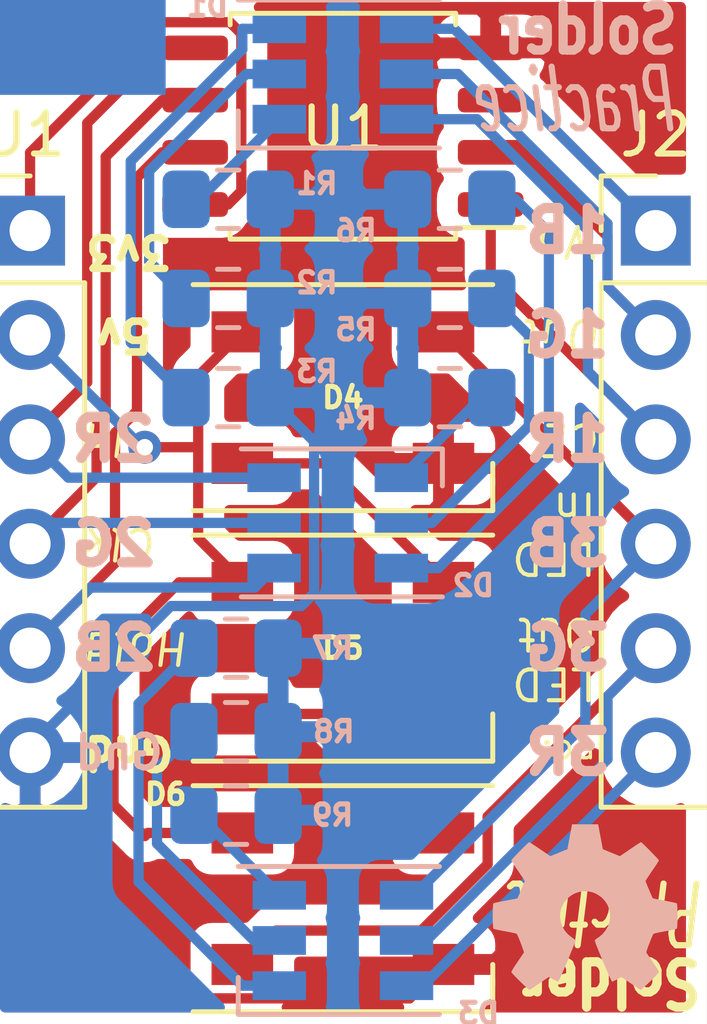
<source format=kicad_pcb>
(kicad_pcb (version 20171130) (host pcbnew 5.1.6-c6e7f7d~86~ubuntu18.04.1)

  (general
    (thickness 1.6)
    (drawings 48)
    (tracks 126)
    (zones 0)
    (modules 19)
    (nets 24)
  )

  (page A4)
  (layers
    (0 F.Cu signal hide)
    (31 B.Cu signal hide)
    (32 B.Adhes user hide)
    (33 F.Adhes user hide)
    (34 B.Paste user hide)
    (35 F.Paste user hide)
    (36 B.SilkS user hide)
    (37 F.SilkS user)
    (38 B.Mask user hide)
    (39 F.Mask user)
    (40 Dwgs.User user hide)
    (41 Cmts.User user hide)
    (42 Eco1.User user hide)
    (43 Eco2.User user hide)
    (44 Edge.Cuts user hide)
    (45 Margin user hide)
    (46 B.CrtYd user hide)
    (47 F.CrtYd user hide)
    (48 B.Fab user hide)
    (49 F.Fab user hide)
  )

  (setup
    (last_trace_width 0.25)
    (trace_clearance 0.2)
    (zone_clearance 0)
    (zone_45_only no)
    (trace_min 0.2)
    (via_size 0.8)
    (via_drill 0.4)
    (via_min_size 0.4)
    (via_min_drill 0.3)
    (uvia_size 0.3)
    (uvia_drill 0.1)
    (uvias_allowed no)
    (uvia_min_size 0.2)
    (uvia_min_drill 0.1)
    (edge_width 0.05)
    (segment_width 0.2)
    (pcb_text_width 0.3)
    (pcb_text_size 1.5 1.5)
    (mod_edge_width 0.12)
    (mod_text_size 1 1)
    (mod_text_width 0.15)
    (pad_size 1.524 1.524)
    (pad_drill 0.762)
    (pad_to_mask_clearance 0.05)
    (aux_axis_origin 0 0)
    (visible_elements FFFFFF7F)
    (pcbplotparams
      (layerselection 0x010fc_ffffffff)
      (usegerberextensions false)
      (usegerberattributes true)
      (usegerberadvancedattributes true)
      (creategerberjobfile true)
      (excludeedgelayer true)
      (linewidth 0.100000)
      (plotframeref false)
      (viasonmask false)
      (mode 1)
      (useauxorigin false)
      (hpglpennumber 1)
      (hpglpenspeed 20)
      (hpglpendiameter 15.000000)
      (psnegative false)
      (psa4output false)
      (plotreference true)
      (plotvalue true)
      (plotinvisibletext false)
      (padsonsilk false)
      (subtractmaskfromsilk false)
      (outputformat 1)
      (mirror false)
      (drillshape 1)
      (scaleselection 1)
      (outputdirectory ""))
  )

  (net 0 "")
  (net 1 "Net-(D1-Pad3)")
  (net 2 "Net-(D1-Pad2)")
  (net 3 "Net-(D1-Pad1)")
  (net 4 "Net-(D2-Pad3)")
  (net 5 "Net-(D2-Pad2)")
  (net 6 "Net-(D2-Pad1)")
  (net 7 /LED3_R)
  (net 8 /LED3_G)
  (net 9 /LED3_B)
  (net 10 "Net-(D3-Pad3)")
  (net 11 "Net-(D3-Pad2)")
  (net 12 "Net-(D3-Pad1)")
  (net 13 +5V)
  (net 14 "Net-(D4-Pad4)")
  (net 15 GND)
  (net 16 "Net-(D5-Pad4)")
  (net 17 +3V3)
  (net 18 /FLASH_HOLD)
  (net 19 /FLASH_SCK)
  (net 20 /FLASH_SI)
  (net 21 /FLASH_WP)
  (net 22 /FLASH_SO)
  (net 23 /FLASH_CE)

  (net_class Default "This is the default net class."
    (clearance 0.2)
    (trace_width 0.25)
    (via_dia 0.8)
    (via_drill 0.4)
    (uvia_dia 0.3)
    (uvia_drill 0.1)
    (add_net +3V3)
    (add_net +5V)
    (add_net /FLASH_CE)
    (add_net /FLASH_HOLD)
    (add_net /FLASH_SCK)
    (add_net /FLASH_SI)
    (add_net /FLASH_SO)
    (add_net /FLASH_WP)
    (add_net /LED3_B)
    (add_net /LED3_G)
    (add_net /LED3_R)
    (add_net GND)
    (add_net "Net-(D1-Pad1)")
    (add_net "Net-(D1-Pad2)")
    (add_net "Net-(D1-Pad3)")
    (add_net "Net-(D2-Pad1)")
    (add_net "Net-(D2-Pad2)")
    (add_net "Net-(D2-Pad3)")
    (add_net "Net-(D3-Pad1)")
    (add_net "Net-(D3-Pad2)")
    (add_net "Net-(D3-Pad3)")
    (add_net "Net-(D4-Pad4)")
    (add_net "Net-(D5-Pad4)")
  )

  (module Symbol:OSHW-Logo_5.7x6mm_SilkScreen (layer B.Cu) (tedit 5ED51C0B) (tstamp 5ED5C266)
    (at 137.9855 83.5025 180)
    (descr "Open Source Hardware Logo")
    (tags "Logo OSHW")
    (attr virtual)
    (fp_text reference REF** (at 0 0 180) (layer B.SilkS) hide
      (effects (font (size 1 1) (thickness 0.15)) (justify mirror))
    )
    (fp_text value OSHW-Logo_5.7x6mm_SilkScreen (at 0.75 0 180) (layer B.Fab) hide
      (effects (font (size 1 1) (thickness 0.15)) (justify mirror))
    )
    (fp_poly (pts (xy 0.376964 2.709982) (xy 0.433812 2.40843) (xy 0.853338 2.235488) (xy 1.104984 2.406605)
      (xy 1.175458 2.45425) (xy 1.239163 2.49679) (xy 1.293126 2.532285) (xy 1.334373 2.55879)
      (xy 1.359934 2.574364) (xy 1.366895 2.577722) (xy 1.379435 2.569086) (xy 1.406231 2.545208)
      (xy 1.44428 2.509141) (xy 1.490579 2.463933) (xy 1.542123 2.412636) (xy 1.595909 2.358299)
      (xy 1.648935 2.303972) (xy 1.698195 2.252705) (xy 1.740687 2.207549) (xy 1.773407 2.171554)
      (xy 1.793351 2.14777) (xy 1.798119 2.13981) (xy 1.791257 2.125135) (xy 1.77202 2.092986)
      (xy 1.74243 2.046508) (xy 1.70451 1.988844) (xy 1.660282 1.92314) (xy 1.634654 1.885664)
      (xy 1.587941 1.817232) (xy 1.546432 1.75548) (xy 1.51214 1.703481) (xy 1.48708 1.664308)
      (xy 1.473264 1.641035) (xy 1.471188 1.636145) (xy 1.475895 1.622245) (xy 1.488723 1.58985)
      (xy 1.507738 1.543515) (xy 1.531003 1.487794) (xy 1.556584 1.427242) (xy 1.582545 1.366414)
      (xy 1.60695 1.309864) (xy 1.627863 1.262148) (xy 1.643349 1.227819) (xy 1.651472 1.211432)
      (xy 1.651952 1.210788) (xy 1.664707 1.207659) (xy 1.698677 1.200679) (xy 1.75034 1.190533)
      (xy 1.816176 1.177908) (xy 1.892664 1.163491) (xy 1.93729 1.155177) (xy 2.019021 1.139616)
      (xy 2.092843 1.124808) (xy 2.155021 1.111564) (xy 2.201822 1.100695) (xy 2.229509 1.093011)
      (xy 2.235074 1.090573) (xy 2.240526 1.07407) (xy 2.244924 1.0368) (xy 2.248272 0.98312)
      (xy 2.250574 0.917388) (xy 2.251832 0.843963) (xy 2.252048 0.767204) (xy 2.251227 0.691468)
      (xy 2.249371 0.621114) (xy 2.246482 0.5605) (xy 2.242565 0.513984) (xy 2.237622 0.485925)
      (xy 2.234657 0.480084) (xy 2.216934 0.473083) (xy 2.179381 0.463073) (xy 2.126964 0.451231)
      (xy 2.064652 0.438733) (xy 2.0429 0.43469) (xy 1.938024 0.41548) (xy 1.85518 0.400009)
      (xy 1.79163 0.387663) (xy 1.744637 0.377827) (xy 1.711463 0.369886) (xy 1.689371 0.363224)
      (xy 1.675624 0.357227) (xy 1.667484 0.351281) (xy 1.666345 0.350106) (xy 1.654977 0.331174)
      (xy 1.637635 0.294331) (xy 1.61605 0.244087) (xy 1.591954 0.184954) (xy 1.567079 0.121444)
      (xy 1.543157 0.058068) (xy 1.521919 -0.000662) (xy 1.505097 -0.050235) (xy 1.494422 -0.086139)
      (xy 1.491627 -0.103862) (xy 1.49186 -0.104483) (xy 1.501331 -0.11897) (xy 1.522818 -0.150844)
      (xy 1.554063 -0.196789) (xy 1.592807 -0.253485) (xy 1.636793 -0.317617) (xy 1.649319 -0.335842)
      (xy 1.693984 -0.401914) (xy 1.733288 -0.4622) (xy 1.765088 -0.513235) (xy 1.787245 -0.55156)
      (xy 1.797617 -0.573711) (xy 1.798119 -0.576432) (xy 1.789405 -0.590736) (xy 1.765325 -0.619072)
      (xy 1.728976 -0.658396) (xy 1.683453 -0.705661) (xy 1.631852 -0.757823) (xy 1.577267 -0.811835)
      (xy 1.522794 -0.864653) (xy 1.471529 -0.913231) (xy 1.426567 -0.954523) (xy 1.391004 -0.985485)
      (xy 1.367935 -1.00307) (xy 1.361554 -1.005941) (xy 1.346699 -0.999178) (xy 1.316286 -0.980939)
      (xy 1.275268 -0.954297) (xy 1.243709 -0.932852) (xy 1.186525 -0.893503) (xy 1.118806 -0.847171)
      (xy 1.05088 -0.800913) (xy 1.014361 -0.776155) (xy 0.890752 -0.692547) (xy 0.786991 -0.74865)
      (xy 0.73972 -0.773228) (xy 0.699523 -0.792331) (xy 0.672326 -0.803227) (xy 0.665402 -0.804743)
      (xy 0.657077 -0.793549) (xy 0.640654 -0.761917) (xy 0.617357 -0.712765) (xy 0.588414 -0.64901)
      (xy 0.55505 -0.573571) (xy 0.518491 -0.489364) (xy 0.479964 -0.399308) (xy 0.440694 -0.306321)
      (xy 0.401908 -0.21332) (xy 0.36483 -0.123223) (xy 0.330689 -0.038948) (xy 0.300708 0.036587)
      (xy 0.276116 0.100466) (xy 0.258136 0.149769) (xy 0.247997 0.181579) (xy 0.246366 0.192504)
      (xy 0.259291 0.206439) (xy 0.287589 0.22906) (xy 0.325346 0.255667) (xy 0.328515 0.257772)
      (xy 0.4261 0.335886) (xy 0.504786 0.427018) (xy 0.563891 0.528255) (xy 0.602732 0.636682)
      (xy 0.620628 0.749386) (xy 0.616897 0.863452) (xy 0.590857 0.975966) (xy 0.541825 1.084015)
      (xy 0.5274 1.107655) (xy 0.452369 1.203113) (xy 0.36373 1.279768) (xy 0.264549 1.33722)
      (xy 0.157895 1.375071) (xy 0.046836 1.392922) (xy -0.065561 1.390375) (xy -0.176227 1.36703)
      (xy -0.282094 1.32249) (xy -0.380095 1.256355) (xy -0.41041 1.229513) (xy -0.487562 1.145488)
      (xy -0.543782 1.057034) (xy -0.582347 0.957885) (xy -0.603826 0.859697) (xy -0.609128 0.749303)
      (xy -0.591448 0.63836) (xy -0.552581 0.530619) (xy -0.494323 0.429831) (xy -0.418469 0.339744)
      (xy -0.326817 0.264108) (xy -0.314772 0.256136) (xy -0.276611 0.230026) (xy -0.247601 0.207405)
      (xy -0.233732 0.192961) (xy -0.233531 0.192504) (xy -0.236508 0.176879) (xy -0.248311 0.141418)
      (xy -0.267714 0.089038) (xy -0.293488 0.022655) (xy -0.324409 -0.054814) (xy -0.359249 -0.14045)
      (xy -0.396783 -0.231337) (xy -0.435783 -0.324559) (xy -0.475023 -0.417197) (xy -0.513276 -0.506335)
      (xy -0.549317 -0.589055) (xy -0.581917 -0.662441) (xy -0.609852 -0.723575) (xy -0.631895 -0.769541)
      (xy -0.646818 -0.797421) (xy -0.652828 -0.804743) (xy -0.671191 -0.799041) (xy -0.705552 -0.783749)
      (xy -0.749984 -0.761599) (xy -0.774417 -0.74865) (xy -0.878178 -0.692547) (xy -1.001787 -0.776155)
      (xy -1.064886 -0.818987) (xy -1.13397 -0.866122) (xy -1.198707 -0.910503) (xy -1.231134 -0.932852)
      (xy -1.276741 -0.963477) (xy -1.31536 -0.987747) (xy -1.341952 -1.002587) (xy -1.35059 -1.005724)
      (xy -1.363161 -0.997261) (xy -1.390984 -0.973636) (xy -1.431361 -0.937302) (xy -1.481595 -0.890711)
      (xy -1.538988 -0.836317) (xy -1.575286 -0.801392) (xy -1.63879 -0.738996) (xy -1.693673 -0.683188)
      (xy -1.737714 -0.636354) (xy -1.768695 -0.600882) (xy -1.784398 -0.579161) (xy -1.785905 -0.574752)
      (xy -1.778914 -0.557985) (xy -1.759594 -0.524082) (xy -1.730091 -0.476476) (xy -1.692545 -0.418599)
      (xy -1.6491 -0.353884) (xy -1.636745 -0.335842) (xy -1.591727 -0.270267) (xy -1.55134 -0.211228)
      (xy -1.51784 -0.162042) (xy -1.493486 -0.126028) (xy -1.480536 -0.106502) (xy -1.479285 -0.104483)
      (xy -1.481156 -0.088922) (xy -1.491087 -0.054709) (xy -1.507347 -0.006355) (xy -1.528205 0.051629)
      (xy -1.551927 0.11473) (xy -1.576784 0.178437) (xy -1.601042 0.238239) (xy -1.622971 0.289624)
      (xy -1.640838 0.328081) (xy -1.652913 0.349098) (xy -1.653771 0.350106) (xy -1.661154 0.356112)
      (xy -1.673625 0.362052) (xy -1.69392 0.36854) (xy -1.724778 0.376191) (xy -1.768934 0.38562)
      (xy -1.829126 0.397441) (xy -1.908093 0.412271) (xy -2.00857 0.430723) (xy -2.030325 0.43469)
      (xy -2.094802 0.447147) (xy -2.151011 0.459334) (xy -2.193987 0.470074) (xy -2.21876 0.478191)
      (xy -2.222082 0.480084) (xy -2.227556 0.496862) (xy -2.232006 0.534355) (xy -2.235428 0.588206)
      (xy -2.237819 0.654056) (xy -2.239177 0.727547) (xy -2.239499 0.80432) (xy -2.238781 0.880017)
      (xy -2.237021 0.95028) (xy -2.234216 1.01075) (xy -2.230362 1.05707) (xy -2.225457 1.084881)
      (xy -2.2225 1.090573) (xy -2.206037 1.096314) (xy -2.168551 1.105655) (xy -2.113775 1.117785)
      (xy -2.045445 1.131893) (xy -1.967294 1.14717) (xy -1.924716 1.155177) (xy -1.843929 1.170279)
      (xy -1.771887 1.18396) (xy -1.712111 1.195533) (xy -1.668121 1.204313) (xy -1.643439 1.209613)
      (xy -1.639377 1.210788) (xy -1.632511 1.224035) (xy -1.617998 1.255943) (xy -1.597771 1.301953)
      (xy -1.573766 1.357508) (xy -1.547918 1.418047) (xy -1.52216 1.479014) (xy -1.498427 1.535849)
      (xy -1.478654 1.583994) (xy -1.464776 1.61889) (xy -1.458726 1.635979) (xy -1.458614 1.636726)
      (xy -1.465472 1.650207) (xy -1.484698 1.68123) (xy -1.514272 1.726711) (xy -1.552173 1.783568)
      (xy -1.59638 1.848717) (xy -1.622079 1.886138) (xy -1.668907 1.954753) (xy -1.710499 2.017048)
      (xy -1.744825 2.069871) (xy -1.769857 2.110073) (xy -1.783565 2.1345) (xy -1.785544 2.139976)
      (xy -1.777034 2.152722) (xy -1.753507 2.179937) (xy -1.717968 2.218572) (xy -1.673423 2.265577)
      (xy -1.622877 2.317905) (xy -1.569336 2.372505) (xy -1.515805 2.42633) (xy -1.465289 2.47633)
      (xy -1.420794 2.519457) (xy -1.385325 2.552661) (xy -1.361887 2.572894) (xy -1.354046 2.577722)
      (xy -1.34128 2.570933) (xy -1.310744 2.551858) (xy -1.26541 2.522439) (xy -1.208244 2.484619)
      (xy -1.142216 2.440339) (xy -1.09241 2.406605) (xy -0.840764 2.235488) (xy -0.631001 2.321959)
      (xy -0.421237 2.40843) (xy -0.364389 2.709982) (xy -0.30754 3.011534) (xy 0.320115 3.011534)
      (xy 0.376964 2.709982)) (layer B.SilkS) (width 0.01))
  )

  (module Package_SO:SOIC-8_5.275x5.275mm_P1.27mm (layer F.Cu) (tedit 5D9F72B1) (tstamp 5ED58C24)
    (at 132.08 63.5 180)
    (descr "SOIC, 8 Pin (http://ww1.microchip.com/downloads/en/DeviceDoc/20005045C.pdf#page=23), generated with kicad-footprint-generator ipc_gullwing_generator.py")
    (tags "SOIC SO")
    (path /5ED78489)
    (attr smd)
    (fp_text reference U1 (at 0 -0.0635) (layer F.SilkS)
      (effects (font (size 1 1) (thickness 0.15)))
    )
    (fp_text value S25FL064LABMFN010 (at 0 3.59) (layer F.Fab)
      (effects (font (size 1 1) (thickness 0.15)))
    )
    (fp_text user %R (at 0 0) (layer F.Fab)
      (effects (font (size 1 1) (thickness 0.15)))
    )
    (fp_line (start 0 2.7475) (end 2.7475 2.7475) (layer F.SilkS) (width 0.12))
    (fp_line (start 2.7475 2.7475) (end 2.7475 2.465) (layer F.SilkS) (width 0.12))
    (fp_line (start 0 2.7475) (end -2.7475 2.7475) (layer F.SilkS) (width 0.12))
    (fp_line (start -2.7475 2.7475) (end -2.7475 2.465) (layer F.SilkS) (width 0.12))
    (fp_line (start 0 -2.7475) (end 2.7475 -2.7475) (layer F.SilkS) (width 0.12))
    (fp_line (start 2.7475 -2.7475) (end 2.7475 -2.465) (layer F.SilkS) (width 0.12))
    (fp_line (start 0 -2.7475) (end -2.7475 -2.7475) (layer F.SilkS) (width 0.12))
    (fp_line (start -2.7475 -2.7475) (end -2.7475 -2.465) (layer F.SilkS) (width 0.12))
    (fp_line (start -2.7475 -2.465) (end -4.4 -2.465) (layer F.SilkS) (width 0.12))
    (fp_line (start -1.6375 -2.6375) (end 2.6375 -2.6375) (layer F.Fab) (width 0.1))
    (fp_line (start 2.6375 -2.6375) (end 2.6375 2.6375) (layer F.Fab) (width 0.1))
    (fp_line (start 2.6375 2.6375) (end -2.6375 2.6375) (layer F.Fab) (width 0.1))
    (fp_line (start -2.6375 2.6375) (end -2.6375 -1.6375) (layer F.Fab) (width 0.1))
    (fp_line (start -2.6375 -1.6375) (end -1.6375 -2.6375) (layer F.Fab) (width 0.1))
    (fp_line (start -4.65 -2.89) (end -4.65 2.89) (layer F.CrtYd) (width 0.05))
    (fp_line (start -4.65 2.89) (end 4.65 2.89) (layer F.CrtYd) (width 0.05))
    (fp_line (start 4.65 2.89) (end 4.65 -2.89) (layer F.CrtYd) (width 0.05))
    (fp_line (start 4.65 -2.89) (end -4.65 -2.89) (layer F.CrtYd) (width 0.05))
    (pad 1 smd roundrect (at -3.6 -1.905 180) (size 1.6 0.6) (layers F.Cu F.Paste F.Mask) (roundrect_rratio 0.25)
      (net 23 /FLASH_CE))
    (pad 2 smd roundrect (at -3.6 -0.635 180) (size 1.6 0.6) (layers F.Cu F.Paste F.Mask) (roundrect_rratio 0.25)
      (net 22 /FLASH_SO))
    (pad 3 smd roundrect (at -3.6 0.635 180) (size 1.6 0.6) (layers F.Cu F.Paste F.Mask) (roundrect_rratio 0.25)
      (net 21 /FLASH_WP))
    (pad 4 smd roundrect (at -3.6 1.905 180) (size 1.6 0.6) (layers F.Cu F.Paste F.Mask) (roundrect_rratio 0.25)
      (net 15 GND))
    (pad 5 smd roundrect (at 3.6 1.905 180) (size 1.6 0.6) (layers F.Cu F.Paste F.Mask) (roundrect_rratio 0.25)
      (net 20 /FLASH_SI))
    (pad 6 smd roundrect (at 3.6 0.635 180) (size 1.6 0.6) (layers F.Cu F.Paste F.Mask) (roundrect_rratio 0.25)
      (net 19 /FLASH_SCK))
    (pad 7 smd roundrect (at 3.6 -0.635 180) (size 1.6 0.6) (layers F.Cu F.Paste F.Mask) (roundrect_rratio 0.25)
      (net 18 /FLASH_HOLD))
    (pad 8 smd roundrect (at 3.6 -1.905 180) (size 1.6 0.6) (layers F.Cu F.Paste F.Mask) (roundrect_rratio 0.25)
      (net 17 +3V3))
    (model ${KISYS3DMOD}/Package_SO.3dshapes/SOIC-8_5.275x5.275mm_P1.27mm.wrl
      (at (xyz 0 0 0))
      (scale (xyz 1 1 1))
      (rotate (xyz 0 0 0))
    )
  )

  (module Resistor_SMD:R_0805_2012Metric_Pad1.15x1.40mm_HandSolder (layer B.Cu) (tedit 5B36C52B) (tstamp 5ED57C21)
    (at 129.4765 80.264)
    (descr "Resistor SMD 0805 (2012 Metric), square (rectangular) end terminal, IPC_7351 nominal with elongated pad for handsoldering. (Body size source: https://docs.google.com/spreadsheets/d/1BsfQQcO9C6DZCsRaXUlFlo91Tg2WpOkGARC1WS5S8t0/edit?usp=sharing), generated with kicad-footprint-generator")
    (tags "resistor handsolder")
    (path /5ED67313)
    (attr smd)
    (fp_text reference R9 (at 2.3495 0) (layer B.SilkS)
      (effects (font (size 0.5 0.5) (thickness 0.125)) (justify mirror))
    )
    (fp_text value R33 (at 0 -1.65) (layer B.Fab)
      (effects (font (size 1 1) (thickness 0.15)) (justify mirror))
    )
    (fp_line (start 1.85 -0.95) (end -1.85 -0.95) (layer B.CrtYd) (width 0.05))
    (fp_line (start 1.85 0.95) (end 1.85 -0.95) (layer B.CrtYd) (width 0.05))
    (fp_line (start -1.85 0.95) (end 1.85 0.95) (layer B.CrtYd) (width 0.05))
    (fp_line (start -1.85 -0.95) (end -1.85 0.95) (layer B.CrtYd) (width 0.05))
    (fp_line (start -0.261252 -0.71) (end 0.261252 -0.71) (layer B.SilkS) (width 0.12))
    (fp_line (start -0.261252 0.71) (end 0.261252 0.71) (layer B.SilkS) (width 0.12))
    (fp_line (start 1 -0.6) (end -1 -0.6) (layer B.Fab) (width 0.1))
    (fp_line (start 1 0.6) (end 1 -0.6) (layer B.Fab) (width 0.1))
    (fp_line (start -1 0.6) (end 1 0.6) (layer B.Fab) (width 0.1))
    (fp_line (start -1 -0.6) (end -1 0.6) (layer B.Fab) (width 0.1))
    (fp_text user %R (at 0 0) (layer B.Fab)
      (effects (font (size 0.5 0.5) (thickness 0.08)) (justify mirror))
    )
    (pad 2 smd roundrect (at 1.025 0) (size 1.15 1.4) (layers B.Cu B.Paste B.Mask) (roundrect_rratio 0.217391)
      (net 15 GND))
    (pad 1 smd roundrect (at -1.025 0) (size 1.15 1.4) (layers B.Cu B.Paste B.Mask) (roundrect_rratio 0.217391)
      (net 10 "Net-(D3-Pad3)"))
    (model ${KISYS3DMOD}/Resistor_SMD.3dshapes/R_0805_2012Metric.wrl
      (at (xyz 0 0 0))
      (scale (xyz 1 1 1))
      (rotate (xyz 0 0 0))
    )
  )

  (module Resistor_SMD:R_0805_2012Metric_Pad1.15x1.40mm_HandSolder (layer B.Cu) (tedit 5B36C52B) (tstamp 5ED562DC)
    (at 129.4765 78.232)
    (descr "Resistor SMD 0805 (2012 Metric), square (rectangular) end terminal, IPC_7351 nominal with elongated pad for handsoldering. (Body size source: https://docs.google.com/spreadsheets/d/1BsfQQcO9C6DZCsRaXUlFlo91Tg2WpOkGARC1WS5S8t0/edit?usp=sharing), generated with kicad-footprint-generator")
    (tags "resistor handsolder")
    (path /5ED6462E)
    (attr smd)
    (fp_text reference R8 (at 2.381 0) (layer B.SilkS)
      (effects (font (size 0.5 0.5) (thickness 0.125)) (justify mirror))
    )
    (fp_text value R56 (at 0 -1.65) (layer B.Fab)
      (effects (font (size 1 1) (thickness 0.15)) (justify mirror))
    )
    (fp_line (start 1.85 -0.95) (end -1.85 -0.95) (layer B.CrtYd) (width 0.05))
    (fp_line (start 1.85 0.95) (end 1.85 -0.95) (layer B.CrtYd) (width 0.05))
    (fp_line (start -1.85 0.95) (end 1.85 0.95) (layer B.CrtYd) (width 0.05))
    (fp_line (start -1.85 -0.95) (end -1.85 0.95) (layer B.CrtYd) (width 0.05))
    (fp_line (start -0.261252 -0.71) (end 0.261252 -0.71) (layer B.SilkS) (width 0.12))
    (fp_line (start -0.261252 0.71) (end 0.261252 0.71) (layer B.SilkS) (width 0.12))
    (fp_line (start 1 -0.6) (end -1 -0.6) (layer B.Fab) (width 0.1))
    (fp_line (start 1 0.6) (end 1 -0.6) (layer B.Fab) (width 0.1))
    (fp_line (start -1 0.6) (end 1 0.6) (layer B.Fab) (width 0.1))
    (fp_line (start -1 -0.6) (end -1 0.6) (layer B.Fab) (width 0.1))
    (fp_text user %R (at 0 0) (layer B.Fab)
      (effects (font (size 0.5 0.5) (thickness 0.08)) (justify mirror))
    )
    (pad 2 smd roundrect (at 1.025 0) (size 1.15 1.4) (layers B.Cu B.Paste B.Mask) (roundrect_rratio 0.217391)
      (net 15 GND))
    (pad 1 smd roundrect (at -1.025 0) (size 1.15 1.4) (layers B.Cu B.Paste B.Mask) (roundrect_rratio 0.217391)
      (net 11 "Net-(D3-Pad2)"))
    (model ${KISYS3DMOD}/Resistor_SMD.3dshapes/R_0805_2012Metric.wrl
      (at (xyz 0 0 0))
      (scale (xyz 1 1 1))
      (rotate (xyz 0 0 0))
    )
  )

  (module Resistor_SMD:R_0805_2012Metric_Pad1.15x1.40mm_HandSolder (layer B.Cu) (tedit 5B36C52B) (tstamp 5ED562CB)
    (at 129.4765 76.2)
    (descr "Resistor SMD 0805 (2012 Metric), square (rectangular) end terminal, IPC_7351 nominal with elongated pad for handsoldering. (Body size source: https://docs.google.com/spreadsheets/d/1BsfQQcO9C6DZCsRaXUlFlo91Tg2WpOkGARC1WS5S8t0/edit?usp=sharing), generated with kicad-footprint-generator")
    (tags "resistor handsolder")
    (path /5ED662D8)
    (attr smd)
    (fp_text reference R7 (at 2.3495 0) (layer B.SilkS)
      (effects (font (size 0.5 0.5) (thickness 0.125)) (justify mirror))
    )
    (fp_text value R82 (at 0 -1.65) (layer B.Fab)
      (effects (font (size 1 1) (thickness 0.15)) (justify mirror))
    )
    (fp_line (start 1.85 -0.95) (end -1.85 -0.95) (layer B.CrtYd) (width 0.05))
    (fp_line (start 1.85 0.95) (end 1.85 -0.95) (layer B.CrtYd) (width 0.05))
    (fp_line (start -1.85 0.95) (end 1.85 0.95) (layer B.CrtYd) (width 0.05))
    (fp_line (start -1.85 -0.95) (end -1.85 0.95) (layer B.CrtYd) (width 0.05))
    (fp_line (start -0.261252 -0.71) (end 0.261252 -0.71) (layer B.SilkS) (width 0.12))
    (fp_line (start -0.261252 0.71) (end 0.261252 0.71) (layer B.SilkS) (width 0.12))
    (fp_line (start 1 -0.6) (end -1 -0.6) (layer B.Fab) (width 0.1))
    (fp_line (start 1 0.6) (end 1 -0.6) (layer B.Fab) (width 0.1))
    (fp_line (start -1 0.6) (end 1 0.6) (layer B.Fab) (width 0.1))
    (fp_line (start -1 -0.6) (end -1 0.6) (layer B.Fab) (width 0.1))
    (fp_text user %R (at 0 0) (layer B.Fab)
      (effects (font (size 0.5 0.5) (thickness 0.08)) (justify mirror))
    )
    (pad 2 smd roundrect (at 1.025 0) (size 1.15 1.4) (layers B.Cu B.Paste B.Mask) (roundrect_rratio 0.217391)
      (net 15 GND))
    (pad 1 smd roundrect (at -1.025 0) (size 1.15 1.4) (layers B.Cu B.Paste B.Mask) (roundrect_rratio 0.217391)
      (net 12 "Net-(D3-Pad1)"))
    (model ${KISYS3DMOD}/Resistor_SMD.3dshapes/R_0805_2012Metric.wrl
      (at (xyz 0 0 0))
      (scale (xyz 1 1 1))
      (rotate (xyz 0 0 0))
    )
  )

  (module Resistor_SMD:R_0805_2012Metric_Pad1.15x1.40mm_HandSolder (layer B.Cu) (tedit 5B36C52B) (tstamp 5ED562BA)
    (at 134.6835 65.278 180)
    (descr "Resistor SMD 0805 (2012 Metric), square (rectangular) end terminal, IPC_7351 nominal with elongated pad for handsoldering. (Body size source: https://docs.google.com/spreadsheets/d/1BsfQQcO9C6DZCsRaXUlFlo91Tg2WpOkGARC1WS5S8t0/edit?usp=sharing), generated with kicad-footprint-generator")
    (tags "resistor handsolder")
    (path /5ED66EC8)
    (attr smd)
    (fp_text reference R6 (at 2.286 -0.762) (layer B.SilkS)
      (effects (font (size 0.5 0.5) (thickness 0.125)) (justify mirror))
    )
    (fp_text value R33 (at 0 -1.65) (layer B.Fab)
      (effects (font (size 1 1) (thickness 0.15)) (justify mirror))
    )
    (fp_line (start 1.85 -0.95) (end -1.85 -0.95) (layer B.CrtYd) (width 0.05))
    (fp_line (start 1.85 0.95) (end 1.85 -0.95) (layer B.CrtYd) (width 0.05))
    (fp_line (start -1.85 0.95) (end 1.85 0.95) (layer B.CrtYd) (width 0.05))
    (fp_line (start -1.85 -0.95) (end -1.85 0.95) (layer B.CrtYd) (width 0.05))
    (fp_line (start -0.261252 -0.71) (end 0.261252 -0.71) (layer B.SilkS) (width 0.12))
    (fp_line (start -0.261252 0.71) (end 0.261252 0.71) (layer B.SilkS) (width 0.12))
    (fp_line (start 1 -0.6) (end -1 -0.6) (layer B.Fab) (width 0.1))
    (fp_line (start 1 0.6) (end 1 -0.6) (layer B.Fab) (width 0.1))
    (fp_line (start -1 0.6) (end 1 0.6) (layer B.Fab) (width 0.1))
    (fp_line (start -1 -0.6) (end -1 0.6) (layer B.Fab) (width 0.1))
    (fp_text user %R (at 0 0) (layer B.Fab)
      (effects (font (size 0.5 0.5) (thickness 0.08)) (justify mirror))
    )
    (pad 2 smd roundrect (at 1.025 0 180) (size 1.15 1.4) (layers B.Cu B.Paste B.Mask) (roundrect_rratio 0.217391)
      (net 15 GND))
    (pad 1 smd roundrect (at -1.025 0 180) (size 1.15 1.4) (layers B.Cu B.Paste B.Mask) (roundrect_rratio 0.217391)
      (net 4 "Net-(D2-Pad3)"))
    (model ${KISYS3DMOD}/Resistor_SMD.3dshapes/R_0805_2012Metric.wrl
      (at (xyz 0 0 0))
      (scale (xyz 1 1 1))
      (rotate (xyz 0 0 0))
    )
  )

  (module Resistor_SMD:R_0805_2012Metric_Pad1.15x1.40mm_HandSolder (layer B.Cu) (tedit 5B36C52B) (tstamp 5ED562A9)
    (at 134.6835 67.691 180)
    (descr "Resistor SMD 0805 (2012 Metric), square (rectangular) end terminal, IPC_7351 nominal with elongated pad for handsoldering. (Body size source: https://docs.google.com/spreadsheets/d/1BsfQQcO9C6DZCsRaXUlFlo91Tg2WpOkGARC1WS5S8t0/edit?usp=sharing), generated with kicad-footprint-generator")
    (tags "resistor handsolder")
    (path /5ED6426C)
    (attr smd)
    (fp_text reference R5 (at 2.286 -0.762) (layer B.SilkS)
      (effects (font (size 0.5 0.5) (thickness 0.125)) (justify mirror))
    )
    (fp_text value R56 (at 0 -1.65) (layer B.Fab)
      (effects (font (size 1 1) (thickness 0.15)) (justify mirror))
    )
    (fp_line (start 1.85 -0.95) (end -1.85 -0.95) (layer B.CrtYd) (width 0.05))
    (fp_line (start 1.85 0.95) (end 1.85 -0.95) (layer B.CrtYd) (width 0.05))
    (fp_line (start -1.85 0.95) (end 1.85 0.95) (layer B.CrtYd) (width 0.05))
    (fp_line (start -1.85 -0.95) (end -1.85 0.95) (layer B.CrtYd) (width 0.05))
    (fp_line (start -0.261252 -0.71) (end 0.261252 -0.71) (layer B.SilkS) (width 0.12))
    (fp_line (start -0.261252 0.71) (end 0.261252 0.71) (layer B.SilkS) (width 0.12))
    (fp_line (start 1 -0.6) (end -1 -0.6) (layer B.Fab) (width 0.1))
    (fp_line (start 1 0.6) (end 1 -0.6) (layer B.Fab) (width 0.1))
    (fp_line (start -1 0.6) (end 1 0.6) (layer B.Fab) (width 0.1))
    (fp_line (start -1 -0.6) (end -1 0.6) (layer B.Fab) (width 0.1))
    (fp_text user %R (at 0 0) (layer B.Fab)
      (effects (font (size 0.5 0.5) (thickness 0.08)) (justify mirror))
    )
    (pad 2 smd roundrect (at 1.025 0 180) (size 1.15 1.4) (layers B.Cu B.Paste B.Mask) (roundrect_rratio 0.217391)
      (net 15 GND))
    (pad 1 smd roundrect (at -1.025 0 180) (size 1.15 1.4) (layers B.Cu B.Paste B.Mask) (roundrect_rratio 0.217391)
      (net 5 "Net-(D2-Pad2)"))
    (model ${KISYS3DMOD}/Resistor_SMD.3dshapes/R_0805_2012Metric.wrl
      (at (xyz 0 0 0))
      (scale (xyz 1 1 1))
      (rotate (xyz 0 0 0))
    )
  )

  (module Resistor_SMD:R_0805_2012Metric_Pad1.15x1.40mm_HandSolder (layer B.Cu) (tedit 5B36C52B) (tstamp 5ED56298)
    (at 134.6835 70.104 180)
    (descr "Resistor SMD 0805 (2012 Metric), square (rectangular) end terminal, IPC_7351 nominal with elongated pad for handsoldering. (Body size source: https://docs.google.com/spreadsheets/d/1BsfQQcO9C6DZCsRaXUlFlo91Tg2WpOkGARC1WS5S8t0/edit?usp=sharing), generated with kicad-footprint-generator")
    (tags "resistor handsolder")
    (path /5ED65D8B)
    (attr smd)
    (fp_text reference R4 (at 2.286 -0.508 180) (layer B.SilkS)
      (effects (font (size 0.5 0.5) (thickness 0.125)) (justify mirror))
    )
    (fp_text value R82 (at 0 -1.65) (layer B.Fab)
      (effects (font (size 1 1) (thickness 0.15)) (justify mirror))
    )
    (fp_line (start 1.85 -0.95) (end -1.85 -0.95) (layer B.CrtYd) (width 0.05))
    (fp_line (start 1.85 0.95) (end 1.85 -0.95) (layer B.CrtYd) (width 0.05))
    (fp_line (start -1.85 0.95) (end 1.85 0.95) (layer B.CrtYd) (width 0.05))
    (fp_line (start -1.85 -0.95) (end -1.85 0.95) (layer B.CrtYd) (width 0.05))
    (fp_line (start -0.261252 -0.71) (end 0.261252 -0.71) (layer B.SilkS) (width 0.12))
    (fp_line (start -0.261252 0.71) (end 0.261252 0.71) (layer B.SilkS) (width 0.12))
    (fp_line (start 1 -0.6) (end -1 -0.6) (layer B.Fab) (width 0.1))
    (fp_line (start 1 0.6) (end 1 -0.6) (layer B.Fab) (width 0.1))
    (fp_line (start -1 0.6) (end 1 0.6) (layer B.Fab) (width 0.1))
    (fp_line (start -1 -0.6) (end -1 0.6) (layer B.Fab) (width 0.1))
    (fp_text user %R (at 0 0) (layer B.Fab)
      (effects (font (size 0.5 0.5) (thickness 0.08)) (justify mirror))
    )
    (pad 2 smd roundrect (at 1.025 0 180) (size 1.15 1.4) (layers B.Cu B.Paste B.Mask) (roundrect_rratio 0.217391)
      (net 15 GND))
    (pad 1 smd roundrect (at -1.025 0 180) (size 1.15 1.4) (layers B.Cu B.Paste B.Mask) (roundrect_rratio 0.217391)
      (net 6 "Net-(D2-Pad1)"))
    (model ${KISYS3DMOD}/Resistor_SMD.3dshapes/R_0805_2012Metric.wrl
      (at (xyz 0 0 0))
      (scale (xyz 1 1 1))
      (rotate (xyz 0 0 0))
    )
  )

  (module Resistor_SMD:R_0805_2012Metric_Pad1.15x1.40mm_HandSolder (layer B.Cu) (tedit 5B36C52B) (tstamp 5ED567BF)
    (at 129.286 70.104)
    (descr "Resistor SMD 0805 (2012 Metric), square (rectangular) end terminal, IPC_7351 nominal with elongated pad for handsoldering. (Body size source: https://docs.google.com/spreadsheets/d/1BsfQQcO9C6DZCsRaXUlFlo91Tg2WpOkGARC1WS5S8t0/edit?usp=sharing), generated with kicad-footprint-generator")
    (tags "resistor handsolder")
    (path /5ED65206)
    (attr smd)
    (fp_text reference R3 (at 2.159 -0.635) (layer B.SilkS)
      (effects (font (size 0.5 0.5) (thickness 0.125)) (justify mirror))
    )
    (fp_text value R33 (at 0 -1.65) (layer B.Fab)
      (effects (font (size 1 1) (thickness 0.15)) (justify mirror))
    )
    (fp_text user %R (at 0 0) (layer B.Fab)
      (effects (font (size 0.5 0.5) (thickness 0.08)) (justify mirror))
    )
    (fp_line (start -1 -0.6) (end -1 0.6) (layer B.Fab) (width 0.1))
    (fp_line (start -1 0.6) (end 1 0.6) (layer B.Fab) (width 0.1))
    (fp_line (start 1 0.6) (end 1 -0.6) (layer B.Fab) (width 0.1))
    (fp_line (start 1 -0.6) (end -1 -0.6) (layer B.Fab) (width 0.1))
    (fp_line (start -0.261252 0.71) (end 0.261252 0.71) (layer B.SilkS) (width 0.12))
    (fp_line (start -0.261252 -0.71) (end 0.261252 -0.71) (layer B.SilkS) (width 0.12))
    (fp_line (start -1.85 -0.95) (end -1.85 0.95) (layer B.CrtYd) (width 0.05))
    (fp_line (start -1.85 0.95) (end 1.85 0.95) (layer B.CrtYd) (width 0.05))
    (fp_line (start 1.85 0.95) (end 1.85 -0.95) (layer B.CrtYd) (width 0.05))
    (fp_line (start 1.85 -0.95) (end -1.85 -0.95) (layer B.CrtYd) (width 0.05))
    (pad 1 smd roundrect (at -1.025 0) (size 1.15 1.4) (layers B.Cu B.Paste B.Mask) (roundrect_rratio 0.217391)
      (net 1 "Net-(D1-Pad3)"))
    (pad 2 smd roundrect (at 1.025 0) (size 1.15 1.4) (layers B.Cu B.Paste B.Mask) (roundrect_rratio 0.217391)
      (net 15 GND))
    (model ${KISYS3DMOD}/Resistor_SMD.3dshapes/R_0805_2012Metric.wrl
      (at (xyz 0 0 0))
      (scale (xyz 1 1 1))
      (rotate (xyz 0 0 0))
    )
  )

  (module Resistor_SMD:R_0805_2012Metric_Pad1.15x1.40mm_HandSolder (layer B.Cu) (tedit 5B36C52B) (tstamp 5ED56276)
    (at 129.286 67.691)
    (descr "Resistor SMD 0805 (2012 Metric), square (rectangular) end terminal, IPC_7351 nominal with elongated pad for handsoldering. (Body size source: https://docs.google.com/spreadsheets/d/1BsfQQcO9C6DZCsRaXUlFlo91Tg2WpOkGARC1WS5S8t0/edit?usp=sharing), generated with kicad-footprint-generator")
    (tags "resistor handsolder")
    (path /5ED5FF34)
    (attr smd)
    (fp_text reference R2 (at 2.159 -0.381) (layer B.SilkS)
      (effects (font (size 0.5 0.5) (thickness 0.125)) (justify mirror))
    )
    (fp_text value R56 (at 0 -1.65) (layer B.Fab)
      (effects (font (size 1 1) (thickness 0.15)) (justify mirror))
    )
    (fp_line (start 1.85 -0.95) (end -1.85 -0.95) (layer B.CrtYd) (width 0.05))
    (fp_line (start 1.85 0.95) (end 1.85 -0.95) (layer B.CrtYd) (width 0.05))
    (fp_line (start -1.85 0.95) (end 1.85 0.95) (layer B.CrtYd) (width 0.05))
    (fp_line (start -1.85 -0.95) (end -1.85 0.95) (layer B.CrtYd) (width 0.05))
    (fp_line (start -0.261252 -0.71) (end 0.261252 -0.71) (layer B.SilkS) (width 0.12))
    (fp_line (start -0.261252 0.71) (end 0.261252 0.71) (layer B.SilkS) (width 0.12))
    (fp_line (start 1 -0.6) (end -1 -0.6) (layer B.Fab) (width 0.1))
    (fp_line (start 1 0.6) (end 1 -0.6) (layer B.Fab) (width 0.1))
    (fp_line (start -1 0.6) (end 1 0.6) (layer B.Fab) (width 0.1))
    (fp_line (start -1 -0.6) (end -1 0.6) (layer B.Fab) (width 0.1))
    (fp_text user %R (at 0 0) (layer B.Fab)
      (effects (font (size 0.5 0.5) (thickness 0.08)) (justify mirror))
    )
    (pad 2 smd roundrect (at 1.025 0) (size 1.15 1.4) (layers B.Cu B.Paste B.Mask) (roundrect_rratio 0.217391)
      (net 15 GND))
    (pad 1 smd roundrect (at -1.025 0) (size 1.15 1.4) (layers B.Cu B.Paste B.Mask) (roundrect_rratio 0.217391)
      (net 2 "Net-(D1-Pad2)"))
    (model ${KISYS3DMOD}/Resistor_SMD.3dshapes/R_0805_2012Metric.wrl
      (at (xyz 0 0 0))
      (scale (xyz 1 1 1))
      (rotate (xyz 0 0 0))
    )
  )

  (module Resistor_SMD:R_0805_2012Metric_Pad1.15x1.40mm_HandSolder (layer B.Cu) (tedit 5B36C52B) (tstamp 5ED56265)
    (at 129.286 65.278)
    (descr "Resistor SMD 0805 (2012 Metric), square (rectangular) end terminal, IPC_7351 nominal with elongated pad for handsoldering. (Body size source: https://docs.google.com/spreadsheets/d/1BsfQQcO9C6DZCsRaXUlFlo91Tg2WpOkGARC1WS5S8t0/edit?usp=sharing), generated with kicad-footprint-generator")
    (tags "resistor handsolder")
    (path /5ED5D1E4)
    (attr smd)
    (fp_text reference R1 (at 2.159 -0.381) (layer B.SilkS)
      (effects (font (size 0.5 0.5) (thickness 0.125)) (justify mirror))
    )
    (fp_text value R82 (at 0 -1.65) (layer B.Fab)
      (effects (font (size 1 1) (thickness 0.15)) (justify mirror))
    )
    (fp_line (start 1.85 -0.95) (end -1.85 -0.95) (layer B.CrtYd) (width 0.05))
    (fp_line (start 1.85 0.95) (end 1.85 -0.95) (layer B.CrtYd) (width 0.05))
    (fp_line (start -1.85 0.95) (end 1.85 0.95) (layer B.CrtYd) (width 0.05))
    (fp_line (start -1.85 -0.95) (end -1.85 0.95) (layer B.CrtYd) (width 0.05))
    (fp_line (start -0.261252 -0.71) (end 0.261252 -0.71) (layer B.SilkS) (width 0.12))
    (fp_line (start -0.261252 0.71) (end 0.261252 0.71) (layer B.SilkS) (width 0.12))
    (fp_line (start 1 -0.6) (end -1 -0.6) (layer B.Fab) (width 0.1))
    (fp_line (start 1 0.6) (end 1 -0.6) (layer B.Fab) (width 0.1))
    (fp_line (start -1 0.6) (end 1 0.6) (layer B.Fab) (width 0.1))
    (fp_line (start -1 -0.6) (end -1 0.6) (layer B.Fab) (width 0.1))
    (fp_text user %R (at 0 0) (layer B.Fab)
      (effects (font (size 0.5 0.5) (thickness 0.08)) (justify mirror))
    )
    (pad 2 smd roundrect (at 1.025 0) (size 1.15 1.4) (layers B.Cu B.Paste B.Mask) (roundrect_rratio 0.217391)
      (net 15 GND))
    (pad 1 smd roundrect (at -1.025 0) (size 1.15 1.4) (layers B.Cu B.Paste B.Mask) (roundrect_rratio 0.217391)
      (net 3 "Net-(D1-Pad1)"))
    (model ${KISYS3DMOD}/Resistor_SMD.3dshapes/R_0805_2012Metric.wrl
      (at (xyz 0 0 0))
      (scale (xyz 1 1 1))
      (rotate (xyz 0 0 0))
    )
  )

  (module Connector_PinHeader_2.54mm:PinHeader_1x06_P2.54mm_Vertical (layer F.Cu) (tedit 59FED5CC) (tstamp 5ED56553)
    (at 139.7 66.04)
    (descr "Through hole straight pin header, 1x06, 2.54mm pitch, single row")
    (tags "Through hole pin header THT 1x06 2.54mm single row")
    (path /5ED50235)
    (fp_text reference J2 (at 0 -2.33) (layer F.SilkS)
      (effects (font (size 1 1) (thickness 0.15)))
    )
    (fp_text value Conn_01x06_Male (at 0 15.03) (layer F.Fab)
      (effects (font (size 1 1) (thickness 0.15)))
    )
    (fp_line (start 1.8 -1.8) (end -1.8 -1.8) (layer F.CrtYd) (width 0.05))
    (fp_line (start 1.8 14.5) (end 1.8 -1.8) (layer F.CrtYd) (width 0.05))
    (fp_line (start -1.8 14.5) (end 1.8 14.5) (layer F.CrtYd) (width 0.05))
    (fp_line (start -1.8 -1.8) (end -1.8 14.5) (layer F.CrtYd) (width 0.05))
    (fp_line (start -1.33 -1.33) (end 0 -1.33) (layer F.SilkS) (width 0.12))
    (fp_line (start -1.33 0) (end -1.33 -1.33) (layer F.SilkS) (width 0.12))
    (fp_line (start -1.33 1.27) (end 1.33 1.27) (layer F.SilkS) (width 0.12))
    (fp_line (start 1.33 1.27) (end 1.33 14.03) (layer F.SilkS) (width 0.12))
    (fp_line (start -1.33 1.27) (end -1.33 14.03) (layer F.SilkS) (width 0.12))
    (fp_line (start -1.33 14.03) (end 1.33 14.03) (layer F.SilkS) (width 0.12))
    (fp_line (start -1.27 -0.635) (end -0.635 -1.27) (layer F.Fab) (width 0.1))
    (fp_line (start -1.27 13.97) (end -1.27 -0.635) (layer F.Fab) (width 0.1))
    (fp_line (start 1.27 13.97) (end -1.27 13.97) (layer F.Fab) (width 0.1))
    (fp_line (start 1.27 -1.27) (end 1.27 13.97) (layer F.Fab) (width 0.1))
    (fp_line (start -0.635 -1.27) (end 1.27 -1.27) (layer F.Fab) (width 0.1))
    (fp_text user %R (at 0 6.35 90) (layer F.Fab)
      (effects (font (size 1 1) (thickness 0.15)))
    )
    (pad 6 thru_hole oval (at 0 12.7) (size 1.7 1.7) (drill 1) (layers *.Cu *.Mask)
      (net 7 /LED3_R))
    (pad 5 thru_hole oval (at 0 10.16) (size 1.7 1.7) (drill 1) (layers *.Cu *.Mask)
      (net 8 /LED3_G))
    (pad 4 thru_hole oval (at 0 7.62) (size 1.7 1.7) (drill 1) (layers *.Cu *.Mask)
      (net 9 /LED3_B))
    (pad 3 thru_hole oval (at 0 5.08) (size 1.7 1.7) (drill 1) (layers *.Cu *.Mask)
      (net 23 /FLASH_CE))
    (pad 2 thru_hole oval (at 0 2.54) (size 1.7 1.7) (drill 1) (layers *.Cu *.Mask)
      (net 22 /FLASH_SO))
    (pad 1 thru_hole rect (at 0 0) (size 1.7 1.7) (drill 1) (layers *.Cu *.Mask)
      (net 21 /FLASH_WP))
    (model ${KISYS3DMOD}/Connector_PinHeader_2.54mm.3dshapes/PinHeader_1x06_P2.54mm_Vertical.wrl
      (at (xyz 0 0 0))
      (scale (xyz 1 1 1))
      (rotate (xyz 0 0 0))
    )
  )

  (module Connector_PinHeader_2.54mm:PinHeader_1x06_P2.54mm_Vertical (layer F.Cu) (tedit 59FED5CC) (tstamp 5ED5623A)
    (at 124.46 66.04)
    (descr "Through hole straight pin header, 1x06, 2.54mm pitch, single row")
    (tags "Through hole pin header THT 1x06 2.54mm single row")
    (path /5ED5125C)
    (fp_text reference J1 (at 0 -2.33) (layer F.SilkS)
      (effects (font (size 1 1) (thickness 0.15)))
    )
    (fp_text value Conn_01x06_Male (at 0 15.03) (layer F.Fab)
      (effects (font (size 1 1) (thickness 0.15)))
    )
    (fp_line (start 1.8 -1.8) (end -1.8 -1.8) (layer F.CrtYd) (width 0.05))
    (fp_line (start 1.8 14.5) (end 1.8 -1.8) (layer F.CrtYd) (width 0.05))
    (fp_line (start -1.8 14.5) (end 1.8 14.5) (layer F.CrtYd) (width 0.05))
    (fp_line (start -1.8 -1.8) (end -1.8 14.5) (layer F.CrtYd) (width 0.05))
    (fp_line (start -1.33 -1.33) (end 0 -1.33) (layer F.SilkS) (width 0.12))
    (fp_line (start -1.33 0) (end -1.33 -1.33) (layer F.SilkS) (width 0.12))
    (fp_line (start -1.33 1.27) (end 1.33 1.27) (layer F.SilkS) (width 0.12))
    (fp_line (start 1.33 1.27) (end 1.33 14.03) (layer F.SilkS) (width 0.12))
    (fp_line (start -1.33 1.27) (end -1.33 14.03) (layer F.SilkS) (width 0.12))
    (fp_line (start -1.33 14.03) (end 1.33 14.03) (layer F.SilkS) (width 0.12))
    (fp_line (start -1.27 -0.635) (end -0.635 -1.27) (layer F.Fab) (width 0.1))
    (fp_line (start -1.27 13.97) (end -1.27 -0.635) (layer F.Fab) (width 0.1))
    (fp_line (start 1.27 13.97) (end -1.27 13.97) (layer F.Fab) (width 0.1))
    (fp_line (start 1.27 -1.27) (end 1.27 13.97) (layer F.Fab) (width 0.1))
    (fp_line (start -0.635 -1.27) (end 1.27 -1.27) (layer F.Fab) (width 0.1))
    (fp_text user %R (at 0 6.35 90) (layer F.Fab)
      (effects (font (size 1 1) (thickness 0.15)))
    )
    (pad 6 thru_hole oval (at 0 12.7) (size 1.7 1.7) (drill 1) (layers *.Cu *.Mask)
      (net 15 GND))
    (pad 5 thru_hole oval (at 0 10.16) (size 1.7 1.7) (drill 1) (layers *.Cu *.Mask)
      (net 18 /FLASH_HOLD))
    (pad 4 thru_hole oval (at 0 7.62) (size 1.7 1.7) (drill 1) (layers *.Cu *.Mask)
      (net 19 /FLASH_SCK))
    (pad 3 thru_hole oval (at 0 5.08) (size 1.7 1.7) (drill 1) (layers *.Cu *.Mask)
      (net 20 /FLASH_SI))
    (pad 2 thru_hole oval (at 0 2.54) (size 1.7 1.7) (drill 1) (layers *.Cu *.Mask)
      (net 13 +5V))
    (pad 1 thru_hole rect (at 0 0) (size 1.7 1.7) (drill 1) (layers *.Cu *.Mask)
      (net 17 +3V3))
    (model ${KISYS3DMOD}/Connector_PinHeader_2.54mm.3dshapes/PinHeader_1x06_P2.54mm_Vertical.wrl
      (at (xyz 0 0 0))
      (scale (xyz 1 1 1))
      (rotate (xyz 0 0 0))
    )
  )

  (module LED_SMD:LED_SK6812_PLCC4_5.0x5.0mm_P3.2mm (layer F.Cu) (tedit 5AA4B263) (tstamp 5ED5A90E)
    (at 132.08 82.296)
    (descr https://cdn-shop.adafruit.com/product-files/1138/SK6812+LED+datasheet+.pdf)
    (tags "LED RGB NeoPixel")
    (path /5ED9484A)
    (attr smd)
    (fp_text reference D6 (at -4.318 -2.54) (layer F.SilkS)
      (effects (font (size 0.5 0.5) (thickness 0.125)))
    )
    (fp_text value SK6812 (at 0 4) (layer F.Fab)
      (effects (font (size 1 1) (thickness 0.15)))
    )
    (fp_circle (center 0 0) (end 0 -2) (layer F.Fab) (width 0.1))
    (fp_line (start 3.65 2.75) (end 3.65 1.6) (layer F.SilkS) (width 0.12))
    (fp_line (start -3.65 2.75) (end 3.65 2.75) (layer F.SilkS) (width 0.12))
    (fp_line (start -3.65 -2.75) (end 3.65 -2.75) (layer F.SilkS) (width 0.12))
    (fp_line (start 2.5 -2.5) (end -2.5 -2.5) (layer F.Fab) (width 0.1))
    (fp_line (start 2.5 2.5) (end 2.5 -2.5) (layer F.Fab) (width 0.1))
    (fp_line (start -2.5 2.5) (end 2.5 2.5) (layer F.Fab) (width 0.1))
    (fp_line (start -2.5 -2.5) (end -2.5 2.5) (layer F.Fab) (width 0.1))
    (fp_line (start 2.5 1.5) (end 1.5 2.5) (layer F.Fab) (width 0.1))
    (fp_line (start -3.45 -2.75) (end -3.45 2.75) (layer F.CrtYd) (width 0.05))
    (fp_line (start -3.45 2.75) (end 3.45 2.75) (layer F.CrtYd) (width 0.05))
    (fp_line (start 3.45 2.75) (end 3.45 -2.75) (layer F.CrtYd) (width 0.05))
    (fp_line (start 3.45 -2.75) (end -3.45 -2.75) (layer F.CrtYd) (width 0.05))
    (fp_text user %R (at 0 0) (layer F.Fab)
      (effects (font (size 0.8 0.8) (thickness 0.15)))
    )
    (pad 3 smd rect (at -2.45 -1.6) (size 1.5 1) (layers F.Cu F.Paste F.Mask)
      (net 13 +5V))
    (pad 4 smd rect (at -2.45 1.6) (size 1.5 1) (layers F.Cu F.Paste F.Mask)
      (net 8 /LED3_G))
    (pad 2 smd rect (at 2.45 -1.6) (size 1.5 1) (layers F.Cu F.Paste F.Mask)
      (net 16 "Net-(D5-Pad4)"))
    (pad 1 smd rect (at 2.45 1.6) (size 1.5 1) (layers F.Cu F.Paste F.Mask)
      (net 15 GND))
    (model ${KISYS3DMOD}/LED_SMD.3dshapes/LED_SK6812_PLCC4_5.0x5.0mm_P3.2mm.wrl
      (at (xyz 0 0 0))
      (scale (xyz 1 1 1))
      (rotate (xyz 0 0 0))
    )
  )

  (module LED_SMD:LED_SK6812_PLCC4_5.0x5.0mm_P3.2mm (layer F.Cu) (tedit 5AA4B263) (tstamp 5ED5620A)
    (at 132.08 76.2)
    (descr https://cdn-shop.adafruit.com/product-files/1138/SK6812+LED+datasheet+.pdf)
    (tags "LED RGB NeoPixel")
    (path /5ED7707F)
    (attr smd)
    (fp_text reference D5 (at 0 0) (layer F.SilkS)
      (effects (font (size 0.5 0.5) (thickness 0.125)))
    )
    (fp_text value SK6812 (at 0 4) (layer F.Fab)
      (effects (font (size 1 1) (thickness 0.15)))
    )
    (fp_circle (center 0 0) (end 0 -2) (layer F.Fab) (width 0.1))
    (fp_line (start 3.65 2.75) (end 3.65 1.6) (layer F.SilkS) (width 0.12))
    (fp_line (start -3.65 2.75) (end 3.65 2.75) (layer F.SilkS) (width 0.12))
    (fp_line (start -3.65 -2.75) (end 3.65 -2.75) (layer F.SilkS) (width 0.12))
    (fp_line (start 2.5 -2.5) (end -2.5 -2.5) (layer F.Fab) (width 0.1))
    (fp_line (start 2.5 2.5) (end 2.5 -2.5) (layer F.Fab) (width 0.1))
    (fp_line (start -2.5 2.5) (end 2.5 2.5) (layer F.Fab) (width 0.1))
    (fp_line (start -2.5 -2.5) (end -2.5 2.5) (layer F.Fab) (width 0.1))
    (fp_line (start 2.5 1.5) (end 1.5 2.5) (layer F.Fab) (width 0.1))
    (fp_line (start -3.45 -2.75) (end -3.45 2.75) (layer F.CrtYd) (width 0.05))
    (fp_line (start -3.45 2.75) (end 3.45 2.75) (layer F.CrtYd) (width 0.05))
    (fp_line (start 3.45 2.75) (end 3.45 -2.75) (layer F.CrtYd) (width 0.05))
    (fp_line (start 3.45 -2.75) (end -3.45 -2.75) (layer F.CrtYd) (width 0.05))
    (fp_text user %R (at 0 0) (layer F.Fab)
      (effects (font (size 0.8 0.8) (thickness 0.15)))
    )
    (pad 3 smd rect (at -2.45 -1.6) (size 1.5 1) (layers F.Cu F.Paste F.Mask)
      (net 13 +5V))
    (pad 4 smd rect (at -2.45 1.6) (size 1.5 1) (layers F.Cu F.Paste F.Mask)
      (net 16 "Net-(D5-Pad4)"))
    (pad 2 smd rect (at 2.45 -1.6) (size 1.5 1) (layers F.Cu F.Paste F.Mask)
      (net 14 "Net-(D4-Pad4)"))
    (pad 1 smd rect (at 2.45 1.6) (size 1.5 1) (layers F.Cu F.Paste F.Mask)
      (net 15 GND))
    (model ${KISYS3DMOD}/LED_SMD.3dshapes/LED_SK6812_PLCC4_5.0x5.0mm_P3.2mm.wrl
      (at (xyz 0 0 0))
      (scale (xyz 1 1 1))
      (rotate (xyz 0 0 0))
    )
  )

  (module LED_SMD:LED_SK6812_PLCC4_5.0x5.0mm_P3.2mm (layer F.Cu) (tedit 5AA4B263) (tstamp 5ED57871)
    (at 132.08 70.104)
    (descr https://cdn-shop.adafruit.com/product-files/1138/SK6812+LED+datasheet+.pdf)
    (tags "LED RGB NeoPixel")
    (path /5ED941A8)
    (attr smd)
    (fp_text reference D4 (at 0 0 180) (layer F.SilkS)
      (effects (font (size 0.5 0.5) (thickness 0.125)))
    )
    (fp_text value SK6812 (at 0 4) (layer F.Fab)
      (effects (font (size 1 1) (thickness 0.15)))
    )
    (fp_circle (center 0 0) (end 0 -2) (layer F.Fab) (width 0.1))
    (fp_line (start 3.65 2.75) (end 3.65 1.6) (layer F.SilkS) (width 0.12))
    (fp_line (start -3.65 2.75) (end 3.65 2.75) (layer F.SilkS) (width 0.12))
    (fp_line (start -3.65 -2.75) (end 3.65 -2.75) (layer F.SilkS) (width 0.12))
    (fp_line (start 2.5 -2.5) (end -2.5 -2.5) (layer F.Fab) (width 0.1))
    (fp_line (start 2.5 2.5) (end 2.5 -2.5) (layer F.Fab) (width 0.1))
    (fp_line (start -2.5 2.5) (end 2.5 2.5) (layer F.Fab) (width 0.1))
    (fp_line (start -2.5 -2.5) (end -2.5 2.5) (layer F.Fab) (width 0.1))
    (fp_line (start 2.5 1.5) (end 1.5 2.5) (layer F.Fab) (width 0.1))
    (fp_line (start -3.45 -2.75) (end -3.45 2.75) (layer F.CrtYd) (width 0.05))
    (fp_line (start -3.45 2.75) (end 3.45 2.75) (layer F.CrtYd) (width 0.05))
    (fp_line (start 3.45 2.75) (end 3.45 -2.75) (layer F.CrtYd) (width 0.05))
    (fp_line (start 3.45 -2.75) (end -3.45 -2.75) (layer F.CrtYd) (width 0.05))
    (fp_text user %R (at 0 0) (layer F.Fab)
      (effects (font (size 0.8 0.8) (thickness 0.15)))
    )
    (pad 3 smd rect (at -2.45 -1.6) (size 1.5 1) (layers F.Cu F.Paste F.Mask)
      (net 13 +5V))
    (pad 4 smd rect (at -2.45 1.6) (size 1.5 1) (layers F.Cu F.Paste F.Mask)
      (net 14 "Net-(D4-Pad4)"))
    (pad 2 smd rect (at 2.45 -1.6) (size 1.5 1) (layers F.Cu F.Paste F.Mask)
      (net 9 /LED3_B))
    (pad 1 smd rect (at 2.45 1.6) (size 1.5 1) (layers F.Cu F.Paste F.Mask)
      (net 15 GND))
    (model ${KISYS3DMOD}/LED_SMD.3dshapes/LED_SK6812_PLCC4_5.0x5.0mm_P3.2mm.wrl
      (at (xyz 0 0 0))
      (scale (xyz 1 1 1))
      (rotate (xyz 0 0 0))
    )
  )

  (module LED_SMD:LED_RGB_PLCC-6 (layer B.Cu) (tedit 587A6CD4) (tstamp 5ED561DE)
    (at 132.08 83.312)
    (descr "RGB LED PLCC-6")
    (tags "RGB LED PLCC-6")
    (path /5ED5C196)
    (attr smd)
    (fp_text reference D3 (at 3.302 1.778 -180) (layer B.SilkS)
      (effects (font (size 0.5 0.5) (thickness 0.125)) (justify mirror))
    )
    (fp_text value LED_RGB (at 0 -2.8) (layer B.Fab)
      (effects (font (size 1 1) (thickness 0.15)) (justify mirror))
    )
    (fp_line (start 2.35 1.8) (end -2.55 1.8) (layer B.SilkS) (width 0.12))
    (fp_line (start -2.55 -1.8) (end 2.35 -1.8) (layer B.SilkS) (width 0.12))
    (fp_line (start -2.75 2) (end 2.65 2) (layer B.CrtYd) (width 0.05))
    (fp_line (start -2.75 -2) (end 2.65 -2) (layer B.CrtYd) (width 0.05))
    (fp_line (start -2.75 2) (end -2.75 -2) (layer B.CrtYd) (width 0.05))
    (fp_line (start 2.65 2) (end 2.65 -2) (layer B.CrtYd) (width 0.05))
    (fp_line (start -2.55 1.8) (end -2.55 0.9) (layer B.SilkS) (width 0.12))
    (fp_line (start 1.7 1.7) (end -1.7 1.7) (layer B.Fab) (width 0.1))
    (fp_line (start 1.7 -1.7) (end 1.7 1.7) (layer B.Fab) (width 0.1))
    (fp_line (start -1.7 -1.7) (end 1.7 -1.7) (layer B.Fab) (width 0.1))
    (fp_line (start -1.7 1.7) (end -1.7 -1.7) (layer B.Fab) (width 0.1))
    (fp_line (start -1.7 1.1) (end -1.1 1.7) (layer B.Fab) (width 0.1))
    (pad 6 smd rect (at 1.55 1.1 270) (size 0.7 1.3) (layers B.Cu B.Paste B.Mask)
      (net 7 /LED3_R))
    (pad 5 smd rect (at 1.55 0 270) (size 0.7 1.3) (layers B.Cu B.Paste B.Mask)
      (net 8 /LED3_G))
    (pad 4 smd rect (at 1.55 -1.1 270) (size 0.7 1.3) (layers B.Cu B.Paste B.Mask)
      (net 9 /LED3_B))
    (pad 3 smd rect (at -1.55 -1.1 270) (size 0.7 1.3) (layers B.Cu B.Paste B.Mask)
      (net 10 "Net-(D3-Pad3)"))
    (pad 2 smd rect (at -1.55 0 270) (size 0.7 1.3) (layers B.Cu B.Paste B.Mask)
      (net 11 "Net-(D3-Pad2)"))
    (pad 1 smd rect (at -1.55 1.1 270) (size 0.7 1.3) (layers B.Cu B.Paste B.Mask)
      (net 12 "Net-(D3-Pad1)"))
    (model ${KISYS3DMOD}/LED_SMD.3dshapes/LED_RGB_PLCC-6.wrl
      (at (xyz 0 0 0))
      (scale (xyz 1 1 1))
      (rotate (xyz 0 0 0))
    )
  )

  (module LED_SMD:LED_RGB_PLCC-6 (layer B.Cu) (tedit 587A6CD4) (tstamp 5ED561C8)
    (at 131.953 73.152 180)
    (descr "RGB LED PLCC-6")
    (tags "RGB LED PLCC-6")
    (path /5ED5B36A)
    (attr smd)
    (fp_text reference D2 (at -3.302 -1.524 180) (layer B.SilkS)
      (effects (font (size 0.5 0.5) (thickness 0.125)) (justify mirror))
    )
    (fp_text value LED_RGB (at 0 2.54) (layer B.Fab)
      (effects (font (size 1 1) (thickness 0.15)) (justify mirror))
    )
    (fp_line (start 2.35 1.8) (end -2.55 1.8) (layer B.SilkS) (width 0.12))
    (fp_line (start -2.55 -1.8) (end 2.35 -1.8) (layer B.SilkS) (width 0.12))
    (fp_line (start -2.75 2) (end 2.65 2) (layer B.CrtYd) (width 0.05))
    (fp_line (start -2.75 -2) (end 2.65 -2) (layer B.CrtYd) (width 0.05))
    (fp_line (start -2.75 2) (end -2.75 -2) (layer B.CrtYd) (width 0.05))
    (fp_line (start 2.65 2) (end 2.65 -2) (layer B.CrtYd) (width 0.05))
    (fp_line (start -2.55 1.8) (end -2.55 0.9) (layer B.SilkS) (width 0.12))
    (fp_line (start 1.7 1.7) (end -1.7 1.7) (layer B.Fab) (width 0.1))
    (fp_line (start 1.7 -1.7) (end 1.7 1.7) (layer B.Fab) (width 0.1))
    (fp_line (start -1.7 -1.7) (end 1.7 -1.7) (layer B.Fab) (width 0.1))
    (fp_line (start -1.7 1.7) (end -1.7 -1.7) (layer B.Fab) (width 0.1))
    (fp_line (start -1.7 1.1) (end -1.1 1.7) (layer B.Fab) (width 0.1))
    (pad 6 smd rect (at 1.55 1.1 90) (size 0.7 1.3) (layers B.Cu B.Paste B.Mask)
      (net 20 /FLASH_SI))
    (pad 5 smd rect (at 1.55 0 90) (size 0.7 1.3) (layers B.Cu B.Paste B.Mask)
      (net 19 /FLASH_SCK))
    (pad 4 smd rect (at 1.55 -1.1 90) (size 0.7 1.3) (layers B.Cu B.Paste B.Mask)
      (net 18 /FLASH_HOLD))
    (pad 3 smd rect (at -1.55 -1.1 90) (size 0.7 1.3) (layers B.Cu B.Paste B.Mask)
      (net 4 "Net-(D2-Pad3)"))
    (pad 2 smd rect (at -1.55 0 90) (size 0.7 1.3) (layers B.Cu B.Paste B.Mask)
      (net 5 "Net-(D2-Pad2)"))
    (pad 1 smd rect (at -1.55 1.1 90) (size 0.7 1.3) (layers B.Cu B.Paste B.Mask)
      (net 6 "Net-(D2-Pad1)"))
    (model ${KISYS3DMOD}/LED_SMD.3dshapes/LED_RGB_PLCC-6.wrl
      (at (xyz 0 0 0))
      (scale (xyz 1 1 1))
      (rotate (xyz 0 0 0))
    )
  )

  (module LED_SMD:LED_RGB_PLCC-6 (layer B.Cu) (tedit 587A6CD4) (tstamp 5ED584EF)
    (at 132.08 62.23)
    (descr "RGB LED PLCC-6")
    (tags "RGB LED PLCC-6")
    (path /5ED5A661)
    (attr smd)
    (fp_text reference D1 (at -3.302 -1.651 -180) (layer B.SilkS)
      (effects (font (size 0.5 0.5) (thickness 0.125)) (justify mirror))
    )
    (fp_text value LED_RGB (at 0 -2.8) (layer B.Fab)
      (effects (font (size 1 1) (thickness 0.15)) (justify mirror))
    )
    (fp_line (start 2.35 1.8) (end -2.55 1.8) (layer B.SilkS) (width 0.12))
    (fp_line (start -2.55 -1.8) (end 2.35 -1.8) (layer B.SilkS) (width 0.12))
    (fp_line (start -2.75 2) (end 2.65 2) (layer B.CrtYd) (width 0.05))
    (fp_line (start -2.75 -2) (end 2.65 -2) (layer B.CrtYd) (width 0.05))
    (fp_line (start -2.75 2) (end -2.75 -2) (layer B.CrtYd) (width 0.05))
    (fp_line (start 2.65 2) (end 2.65 -2) (layer B.CrtYd) (width 0.05))
    (fp_line (start -2.55 1.8) (end -2.55 0.9) (layer B.SilkS) (width 0.12))
    (fp_line (start 1.7 1.7) (end -1.7 1.7) (layer B.Fab) (width 0.1))
    (fp_line (start 1.7 -1.7) (end 1.7 1.7) (layer B.Fab) (width 0.1))
    (fp_line (start -1.7 -1.7) (end 1.7 -1.7) (layer B.Fab) (width 0.1))
    (fp_line (start -1.7 1.7) (end -1.7 -1.7) (layer B.Fab) (width 0.1))
    (fp_line (start -1.7 1.1) (end -1.1 1.7) (layer B.Fab) (width 0.1))
    (pad 6 smd rect (at 1.55 1.1 270) (size 0.7 1.3) (layers B.Cu B.Paste B.Mask)
      (net 23 /FLASH_CE))
    (pad 5 smd rect (at 1.55 0 270) (size 0.7 1.3) (layers B.Cu B.Paste B.Mask)
      (net 22 /FLASH_SO))
    (pad 4 smd rect (at 1.55 -1.1 270) (size 0.7 1.3) (layers B.Cu B.Paste B.Mask)
      (net 21 /FLASH_WP))
    (pad 3 smd rect (at -1.55 -1.1 270) (size 0.7 1.3) (layers B.Cu B.Paste B.Mask)
      (net 1 "Net-(D1-Pad3)"))
    (pad 2 smd rect (at -1.55 0 270) (size 0.7 1.3) (layers B.Cu B.Paste B.Mask)
      (net 2 "Net-(D1-Pad2)"))
    (pad 1 smd rect (at -1.55 1.1 270) (size 0.7 1.3) (layers B.Cu B.Paste B.Mask)
      (net 3 "Net-(D1-Pad1)"))
    (model ${KISYS3DMOD}/LED_SMD.3dshapes/LED_RGB_PLCC-6.wrl
      (at (xyz 0 0 0))
      (scale (xyz 1 1 1))
      (rotate (xyz 0 0 0))
    )
  )

  (gr_text *ldm (at 138.557 61.2775 180) (layer F.Mask) (tstamp 5ED5C95A)
    (effects (font (size 1 1) (thickness 0.15) italic))
  )
  (gr_text *ldm (at 125.5395 84.201) (layer B.Mask)
    (effects (font (size 1 1) (thickness 0.15) italic) (justify mirror))
  )
  (gr_line (start 128.016 82.3595) (end 128.016 84.709) (layer F.Mask) (width 0.05) (tstamp 5ED5B4BA))
  (gr_line (start 128.016 84.709) (end 124.333 84.709) (layer F.Mask) (width 0.05) (tstamp 5ED5B4AE))
  (gr_line (start 123.952 82.3595) (end 128.016 82.3595) (layer F.Mask) (width 0.05) (tstamp 5ED5B4C3))
  (gr_line (start 123.952 84.328) (end 123.952 82.3595) (layer F.Mask) (width 0.05) (tstamp 5ED5B4B1))
  (gr_line (start 124.333 84.709) (end 123.952 84.328) (layer F.Mask) (width 0.05) (tstamp 5ED5B4B4))
  (gr_text SMD (at 125.984 83.8835 180) (layer F.Mask) (tstamp 5ED5B4C0)
    (effects (font (size 1 1.3) (thickness 0.25)))
  )
  (gr_text EDITION (at 125.984 82.804 180) (layer F.Mask) (tstamp 5ED5B4C6)
    (effects (font (size 0.6 0.7) (thickness 0.15)))
  )
  (gr_text Practice (at 140.97 82.6135 180) (layer F.SilkS) (tstamp 5ED5B481)
    (effects (font (size 1.5 0.8) (thickness 0.15) italic) (justify left))
  )
  (gr_text Solder (at 140.9065 84.328 180) (layer F.SilkS) (tstamp 5ED5B586)
    (effects (font (size 1.1 0.9) (thickness 0.225)) (justify left))
  )
  (gr_line (start 127.635 62.6745) (end 127.635 60.325) (layer B.Mask) (width 0.05) (tstamp 5ED5B22C))
  (gr_line (start 123.571 62.6745) (end 127.635 62.6745) (layer B.Mask) (width 0.05))
  (gr_line (start 123.571 60.706) (end 123.571 62.6745) (layer B.Mask) (width 0.05))
  (gr_line (start 123.952 60.325) (end 123.571 60.706) (layer B.Mask) (width 0.05))
  (gr_line (start 127.635 60.325) (end 123.952 60.325) (layer B.Mask) (width 0.05))
  (gr_text EDITION (at 125.603 62.23) (layer B.Mask)
    (effects (font (size 0.6 0.7) (thickness 0.15)) (justify mirror))
  )
  (gr_text SMD (at 125.603 61.087) (layer B.Mask) (tstamp 5ED5B222)
    (effects (font (size 1 1.3) (thickness 0.25)) (justify mirror))
  )
  (gr_text Solder (at 140.335 61.1505) (layer B.SilkS) (tstamp 5ED5AD75)
    (effects (font (size 1.1 0.9) (thickness 0.225)) (justify left mirror))
  )
  (gr_text Practice (at 140.335 62.865) (layer B.SilkS)
    (effects (font (size 1.5 0.8) (thickness 0.15) italic) (justify left mirror))
  )
  (gr_text 2R (at 125.349 71.12) (layer B.SilkS) (tstamp 5ED5AB8F)
    (effects (font (size 1 1) (thickness 0.25)) (justify right mirror))
  )
  (gr_text 2G (at 125.349 73.66) (layer B.SilkS) (tstamp 5ED5AB8B)
    (effects (font (size 1 1) (thickness 0.25)) (justify right mirror))
  )
  (gr_text 2B (at 125.349 76.2) (layer B.SilkS) (tstamp 5ED5AB1B)
    (effects (font (size 1 1) (thickness 0.25)) (justify right mirror))
  )
  (gr_text Gnd (at 125.476 78.74) (layer B.SilkS)
    (effects (font (size 0.8 0.75) (thickness 0.15)) (justify right mirror))
  )
  (gr_text 3B (at 138.684 73.66) (layer B.SilkS) (tstamp 5ED5AA28)
    (effects (font (size 1 1) (thickness 0.25)) (justify left mirror))
  )
  (gr_text 3R (at 138.684 78.74) (layer B.SilkS) (tstamp 5ED5AA27)
    (effects (font (size 1 1) (thickness 0.25)) (justify left mirror))
  )
  (gr_text 3G (at 138.684 76.2) (layer B.SilkS) (tstamp 5ED5AA26)
    (effects (font (size 1 1) (thickness 0.25)) (justify left mirror))
  )
  (gr_text 1R (at 138.684 71.12) (layer B.SilkS) (tstamp 5ED5AA21)
    (effects (font (size 1 1) (thickness 0.25)) (justify left mirror))
  )
  (gr_text 1G (at 138.684 68.58) (layer B.SilkS) (tstamp 5ED5A9E9)
    (effects (font (size 1 1) (thickness 0.25)) (justify left mirror))
  )
  (gr_text 1B (at 138.684 66.04) (layer B.SilkS)
    (effects (font (size 1 1) (thickness 0.25)) (justify left mirror))
  )
  (gr_text nc. (at 138.303 78.74 180) (layer F.SilkS) (tstamp 5ED5A8F7)
    (effects (font (size 0.6 0.6) (thickness 0.08)) (justify left))
  )
  (gr_text "LED\nIn" (at 138.303 73.406 180) (layer F.SilkS) (tstamp 5ED5A939)
    (effects (font (size 0.75 0.75) (thickness 0.1)) (justify left))
  )
  (gr_text "LED\nOut" (at 138.303 76.454 180) (layer F.SilkS) (tstamp 5ED5A93C)
    (effects (font (size 0.75 0.75) (thickness 0.1)) (justify left))
  )
  (gr_text CE (at 138.43 71.12 180) (layer F.SilkS) (tstamp 5ED5A830)
    (effects (font (size 0.75 0.75) (thickness 0.1) italic) (justify left))
  )
  (gr_text Out (at 138.43 68.58 180) (layer F.SilkS) (tstamp 5ED5A811)
    (effects (font (size 0.75 0.75) (thickness 0.1) italic) (justify left))
  )
  (gr_text Wp (at 138.43 66.294 180) (layer F.SilkS) (tstamp 5ED5A80D)
    (effects (font (size 0.75 0.75) (thickness 0.1) italic) (justify left))
  )
  (gr_text Gnd (at 126.873 78.74 180) (layer F.SilkS) (tstamp 5ED5A4D5)
    (effects (font (size 0.75 0.75) (thickness 0.1875)))
  )
  (gr_text Hold (at 125.73 76.2 180) (layer F.SilkS) (tstamp 5ED5A4D0)
    (effects (font (size 0.75 0.75) (thickness 0.1) italic) (justify right))
  )
  (gr_text Clk (at 125.73 73.66 180) (layer F.SilkS) (tstamp 5ED5A483)
    (effects (font (size 0.75 0.75) (thickness 0.1) italic) (justify right))
  )
  (gr_text In (at 125.73 71.12 180) (layer F.SilkS) (tstamp 5ED5A480)
    (effects (font (size 0.75 0.75) (thickness 0.1) italic) (justify right))
  )
  (gr_text 5v (at 125.984 68.58 180) (layer F.SilkS) (tstamp 5ED5A22D)
    (effects (font (size 0.75 0.75) (thickness 0.1875)) (justify right))
  )
  (gr_text 3v3 (at 125.73 66.548 180) (layer F.SilkS)
    (effects (font (size 0.75 0.75) (thickness 0.18)) (justify right))
  )
  (gr_line (start 140.97 59.944) (end 132.08 59.944) (layer Edge.Cuts) (width 0.05) (tstamp 5ED5837E))
  (gr_line (start 140.97 85.598) (end 140.97 59.944) (layer Edge.Cuts) (width 0.05))
  (gr_line (start 123.19 85.598) (end 140.97 85.598) (layer Edge.Cuts) (width 0.05))
  (gr_line (start 123.19 59.944) (end 123.19 85.598) (layer Edge.Cuts) (width 0.05))
  (gr_line (start 123.444 59.944) (end 123.19 59.944) (layer Edge.Cuts) (width 0.05) (tstamp 5ED5B4BD))
  (gr_line (start 132.08 59.944) (end 123.444 59.944) (layer Edge.Cuts) (width 0.05))

  (segment (start 129.63 61.13) (end 130.53 61.13) (width 0.25) (layer B.Cu) (net 1))
  (segment (start 129.63 61.13) (end 129.63 61.632) (width 0.25) (layer B.Cu) (net 1))
  (segment (start 126.910979 68.753979) (end 128.261 70.104) (width 0.25) (layer B.Cu) (net 1))
  (segment (start 126.910979 64.351021) (end 126.910979 68.753979) (width 0.25) (layer B.Cu) (net 1))
  (segment (start 129.63 61.632) (end 126.910979 64.351021) (width 0.25) (layer B.Cu) (net 1))
  (segment (start 127.36099 64.58982) (end 129.72081 62.23) (width 0.25) (layer B.Cu) (net 2))
  (segment (start 127.36099 66.79099) (end 127.36099 64.58982) (width 0.25) (layer B.Cu) (net 2))
  (segment (start 129.72081 62.23) (end 130.53 62.23) (width 0.25) (layer B.Cu) (net 2))
  (segment (start 128.261 67.691) (end 127.36099 66.79099) (width 0.25) (layer B.Cu) (net 2))
  (segment (start 128.582 65.278) (end 130.53 63.33) (width 0.25) (layer B.Cu) (net 3))
  (segment (start 128.261 65.278) (end 128.582 65.278) (width 0.25) (layer B.Cu) (net 3))
  (segment (start 136.2835 65.278) (end 137.0965 66.091) (width 0.25) (layer B.Cu) (net 4))
  (segment (start 135.7085 65.278) (end 136.2835 65.278) (width 0.25) (layer B.Cu) (net 4))
  (segment (start 134.403 74.252) (end 133.503 74.252) (width 0.25) (layer B.Cu) (net 4))
  (segment (start 137.0965 71.5585) (end 134.403 74.252) (width 0.25) (layer B.Cu) (net 4))
  (segment (start 137.0965 66.091) (end 137.0965 71.5585) (width 0.25) (layer B.Cu) (net 4))
  (segment (start 134.24869 73.152) (end 133.503 73.152) (width 0.25) (layer B.Cu) (net 5))
  (segment (start 136.60851 70.79218) (end 134.24869 73.152) (width 0.25) (layer B.Cu) (net 5))
  (segment (start 136.60851 68.59101) (end 136.60851 70.79218) (width 0.25) (layer B.Cu) (net 5))
  (segment (start 135.7085 67.691) (end 136.60851 68.59101) (width 0.25) (layer B.Cu) (net 5))
  (segment (start 135.451 70.104) (end 133.503 72.052) (width 0.25) (layer B.Cu) (net 6))
  (segment (start 135.7085 70.104) (end 135.451 70.104) (width 0.25) (layer B.Cu) (net 6))
  (segment (start 134.028 84.412) (end 139.7 78.74) (width 0.25) (layer B.Cu) (net 7))
  (segment (start 133.63 84.412) (end 134.028 84.412) (width 0.25) (layer B.Cu) (net 7))
  (segment (start 135.605001 80.294999) (end 139.7 76.2) (width 0.25) (layer F.Cu) (net 8))
  (segment (start 130.455001 83.070999) (end 133.990003 83.070999) (width 0.25) (layer F.Cu) (net 8))
  (segment (start 135.605001 81.456001) (end 135.605001 80.294999) (width 0.25) (layer F.Cu) (net 8))
  (segment (start 133.990003 83.070999) (end 135.605001 81.456001) (width 0.25) (layer F.Cu) (net 8))
  (segment (start 129.63 83.896) (end 130.455001 83.070999) (width 0.25) (layer F.Cu) (net 8))
  (segment (start 138.524999 77.375001) (end 139.7 76.2) (width 0.25) (layer B.Cu) (net 8))
  (segment (start 138.524999 78.902003) (end 138.524999 77.375001) (width 0.25) (layer B.Cu) (net 8))
  (segment (start 134.115002 83.312) (end 138.524999 78.902003) (width 0.25) (layer B.Cu) (net 8))
  (segment (start 133.63 83.312) (end 134.115002 83.312) (width 0.25) (layer B.Cu) (net 8))
  (segment (start 134.544 68.504) (end 134.53 68.504) (width 0.25) (layer F.Cu) (net 9))
  (segment (start 139.7 73.66) (end 134.544 68.504) (width 0.25) (layer F.Cu) (net 9))
  (segment (start 133.63 82.212) (end 133.815 82.212) (width 0.25) (layer B.Cu) (net 9))
  (segment (start 133.815 82.212) (end 137.9855 78.0415) (width 0.25) (layer B.Cu) (net 9))
  (segment (start 137.9855 75.3745) (end 139.7 73.66) (width 0.25) (layer B.Cu) (net 9))
  (segment (start 137.9855 78.0415) (end 137.9855 75.3745) (width 0.25) (layer B.Cu) (net 9))
  (segment (start 128.582 80.264) (end 130.53 82.212) (width 0.25) (layer B.Cu) (net 10))
  (segment (start 128.4515 80.264) (end 128.582 80.264) (width 0.25) (layer B.Cu) (net 10))
  (segment (start 129.91131 83.312) (end 130.53 83.312) (width 0.25) (layer B.Cu) (net 11))
  (segment (start 127.55149 80.95218) (end 129.91131 83.312) (width 0.25) (layer B.Cu) (net 11))
  (segment (start 127.55149 79.13201) (end 127.55149 80.95218) (width 0.25) (layer B.Cu) (net 11))
  (segment (start 128.4515 78.232) (end 127.55149 79.13201) (width 0.25) (layer B.Cu) (net 11))
  (segment (start 129.63 84.412) (end 130.53 84.412) (width 0.25) (layer B.Cu) (net 12))
  (segment (start 127.101479 77.550021) (end 127.101479 81.883479) (width 0.25) (layer B.Cu) (net 12))
  (segment (start 127.101479 81.883479) (end 129.63 84.412) (width 0.25) (layer B.Cu) (net 12))
  (segment (start 128.4515 76.2) (end 127.101479 77.550021) (width 0.25) (layer B.Cu) (net 12))
  (segment (start 128.554999 73.524999) (end 129.63 74.6) (width 0.25) (layer F.Cu) (net 13))
  (segment (start 129.63 68.504) (end 128.554999 69.579001) (width 0.25) (layer F.Cu) (net 13))
  (segment (start 127.1905 71.3105) (end 127.254 71.3105) (width 0.25) (layer B.Cu) (net 13))
  (segment (start 124.46 68.58) (end 127.1905 71.3105) (width 0.25) (layer B.Cu) (net 13))
  (via (at 127.254 71.3105) (size 0.8) (drill 0.4) (layers F.Cu B.Cu) (net 13))
  (segment (start 128.524 71.3105) (end 128.554999 71.279501) (width 0.25) (layer F.Cu) (net 13))
  (segment (start 127.254 71.3105) (end 128.524 71.3105) (width 0.25) (layer F.Cu) (net 13))
  (segment (start 128.554999 69.579001) (end 128.554999 71.279501) (width 0.25) (layer F.Cu) (net 13))
  (segment (start 128.554999 71.279501) (end 128.554999 73.524999) (width 0.25) (layer F.Cu) (net 13))
  (segment (start 127.254 80.772) (end 127.33 80.696) (width 0.25) (layer F.Cu) (net 13))
  (segment (start 126.492 80.01) (end 127.254 80.772) (width 0.25) (layer F.Cu) (net 13))
  (segment (start 127.33 80.696) (end 129.63 80.696) (width 0.25) (layer F.Cu) (net 13))
  (segment (start 126.492 76.2) (end 126.492 80.01) (width 0.25) (layer F.Cu) (net 13))
  (segment (start 129.63 74.6) (end 128.092 74.6) (width 0.25) (layer F.Cu) (net 13))
  (segment (start 128.092 74.6) (end 126.492 76.2) (width 0.25) (layer F.Cu) (net 13))
  (segment (start 131.634 71.704) (end 134.53 74.6) (width 0.25) (layer F.Cu) (net 14))
  (segment (start 129.63 71.704) (end 131.634 71.704) (width 0.25) (layer F.Cu) (net 14))
  (segment (start 124.46 78.74) (end 124.46 81.0895) (width 0.25) (layer F.Cu) (net 15))
  (segment (start 133.704999 84.721001) (end 134.53 83.896) (width 0.25) (layer F.Cu) (net 15))
  (segment (start 128.091501 84.721001) (end 133.704999 84.721001) (width 0.25) (layer F.Cu) (net 15))
  (segment (start 124.46 81.0895) (end 128.091501 84.721001) (width 0.25) (layer F.Cu) (net 15))
  (segment (start 127.88832 75.17499) (end 124.46 78.60331) (width 0.25) (layer B.Cu) (net 15))
  (segment (start 131.378001 74.862001) (end 131.065012 75.17499) (width 0.25) (layer B.Cu) (net 15))
  (segment (start 131.065012 75.17499) (end 127.88832 75.17499) (width 0.25) (layer B.Cu) (net 15))
  (segment (start 131.378001 71.171001) (end 131.378001 74.862001) (width 0.25) (layer B.Cu) (net 15))
  (segment (start 124.46 78.60331) (end 124.46 78.74) (width 0.25) (layer B.Cu) (net 15))
  (segment (start 130.311 70.104) (end 131.378001 71.171001) (width 0.25) (layer B.Cu) (net 15))
  (segment (start 131.634 77.8) (end 134.53 80.696) (width 0.25) (layer F.Cu) (net 16))
  (segment (start 129.63 77.8) (end 131.634 77.8) (width 0.25) (layer F.Cu) (net 16))
  (segment (start 129.28 65.405) (end 128.48 65.405) (width 0.25) (layer F.Cu) (net 17))
  (segment (start 129.60501 65.07999) (end 129.28 65.405) (width 0.25) (layer F.Cu) (net 17))
  (segment (start 129.60501 61.248242) (end 129.60501 65.07999) (width 0.25) (layer F.Cu) (net 17))
  (segment (start 129.326758 60.96999) (end 129.60501 61.248242) (width 0.25) (layer F.Cu) (net 17))
  (segment (start 127.633242 60.96999) (end 129.326758 60.96999) (width 0.25) (layer F.Cu) (net 17))
  (segment (start 124.46 64.143232) (end 127.633242 60.96999) (width 0.25) (layer F.Cu) (net 17))
  (segment (start 124.46 66.04) (end 124.46 64.143232) (width 0.25) (layer F.Cu) (net 17))
  (segment (start 129.930021 74.724979) (end 130.403 74.252) (width 0.25) (layer B.Cu) (net 18))
  (segment (start 125.935021 74.724979) (end 129.930021 74.724979) (width 0.25) (layer B.Cu) (net 18))
  (segment (start 124.46 76.2) (end 125.935021 74.724979) (width 0.25) (layer B.Cu) (net 18))
  (segment (start 124.46 76.2) (end 126.528999 74.131001) (width 0.25) (layer F.Cu) (net 18))
  (segment (start 127.0635 64.7515) (end 127.68 64.135) (width 0.25) (layer F.Cu) (net 18))
  (segment (start 127.68 64.135) (end 128.48 64.135) (width 0.25) (layer F.Cu) (net 18))
  (segment (start 126.528999 70.962499) (end 127.0635 70.427998) (width 0.25) (layer F.Cu) (net 18))
  (segment (start 126.528999 74.131001) (end 126.528999 70.962499) (width 0.25) (layer F.Cu) (net 18))
  (segment (start 127.0635 70.427998) (end 127.0635 64.7515) (width 0.25) (layer F.Cu) (net 18))
  (segment (start 124.968 73.152) (end 130.403 73.152) (width 0.25) (layer B.Cu) (net 19))
  (segment (start 124.46 73.66) (end 124.968 73.152) (width 0.25) (layer B.Cu) (net 19))
  (segment (start 126.3015 70.553587) (end 126.3015 64.2435) (width 0.25) (layer F.Cu) (net 19))
  (segment (start 126.3015 64.2435) (end 127.68 62.865) (width 0.25) (layer F.Cu) (net 19))
  (segment (start 127.68 62.865) (end 128.48 62.865) (width 0.25) (layer F.Cu) (net 19))
  (segment (start 126.078988 72.041012) (end 126.078988 70.776099) (width 0.25) (layer F.Cu) (net 19))
  (segment (start 124.46 73.66) (end 126.078988 72.041012) (width 0.25) (layer F.Cu) (net 19))
  (segment (start 126.078988 70.776099) (end 126.3015 70.553587) (width 0.25) (layer F.Cu) (net 19))
  (segment (start 125.851489 63.423511) (end 127.68 61.595) (width 0.25) (layer F.Cu) (net 20))
  (segment (start 127.68 61.595) (end 128.48 61.595) (width 0.25) (layer F.Cu) (net 20))
  (segment (start 124.46 71.12) (end 125.851489 69.728511) (width 0.25) (layer F.Cu) (net 20))
  (segment (start 125.851489 69.728511) (end 125.851489 63.423511) (width 0.25) (layer F.Cu) (net 20))
  (segment (start 125.392 72.052) (end 130.403 72.052) (width 0.25) (layer B.Cu) (net 20))
  (segment (start 124.46 71.12) (end 125.392 72.052) (width 0.25) (layer B.Cu) (net 20))
  (segment (start 136.525 62.865) (end 139.7 66.04) (width 0.25) (layer F.Cu) (net 21))
  (segment (start 135.68 62.865) (end 136.525 62.865) (width 0.25) (layer F.Cu) (net 21))
  (segment (start 134.79 61.13) (end 139.7 66.04) (width 0.25) (layer B.Cu) (net 21))
  (segment (start 133.63 61.13) (end 134.79 61.13) (width 0.25) (layer B.Cu) (net 21))
  (segment (start 138.524999 67.404999) (end 139.7 68.58) (width 0.25) (layer F.Cu) (net 22))
  (segment (start 138.524999 66.179999) (end 138.524999 67.404999) (width 0.25) (layer F.Cu) (net 22))
  (segment (start 136.48 64.135) (end 138.524999 66.179999) (width 0.25) (layer F.Cu) (net 22))
  (segment (start 135.68 64.135) (end 136.48 64.135) (width 0.25) (layer F.Cu) (net 22))
  (segment (start 138.524999 65.869898) (end 138.524999 67.404999) (width 0.25) (layer B.Cu) (net 22))
  (segment (start 133.63 62.23) (end 134.885101 62.23) (width 0.25) (layer B.Cu) (net 22))
  (segment (start 138.524999 67.404999) (end 139.7 68.58) (width 0.25) (layer B.Cu) (net 22))
  (segment (start 134.885101 62.23) (end 138.524999 65.869898) (width 0.25) (layer B.Cu) (net 22))
  (segment (start 135.68 67.1) (end 139.7 71.12) (width 0.25) (layer F.Cu) (net 23))
  (segment (start 135.68 65.405) (end 135.68 67.1) (width 0.25) (layer F.Cu) (net 23))
  (segment (start 135.34869 63.33) (end 138.049 66.03031) (width 0.25) (layer B.Cu) (net 23))
  (segment (start 133.63 63.33) (end 135.34869 63.33) (width 0.25) (layer B.Cu) (net 23))
  (segment (start 138.049 69.469) (end 139.7 71.12) (width 0.25) (layer B.Cu) (net 23))
  (segment (start 138.049 66.03031) (end 138.049 69.469) (width 0.25) (layer B.Cu) (net 23))

  (zone (net 15) (net_name GND) (layer B.Cu) (tstamp 0) (hatch edge 0.508)
    (connect_pads (clearance 0.508))
    (min_thickness 0.254)
    (fill yes (arc_segments 32) (thermal_gap 0.508) (thermal_bridge_width 0.508))
    (polygon
      (pts
        (xy 140.97 85.598) (xy 123.19 85.598) (xy 123.19 59.944) (xy 140.97 59.944)
      )
    )
    (filled_polygon
      (pts
        (xy 127.255492 75.576745) (xy 127.238428 75.749999) (xy 127.238428 76.338271) (xy 126.590482 76.986217) (xy 126.561478 77.01002)
        (xy 126.523949 77.05575) (xy 126.466505 77.125745) (xy 126.455341 77.146632) (xy 126.395933 77.257775) (xy 126.352476 77.401036)
        (xy 126.341479 77.512689) (xy 126.341479 77.512699) (xy 126.337803 77.550021) (xy 126.341479 77.587344) (xy 126.34148 81.846147)
        (xy 126.337803 81.883479) (xy 126.352477 82.032464) (xy 126.395933 82.175725) (xy 126.466505 82.307755) (xy 126.519639 82.372498)
        (xy 126.561479 82.42348) (xy 126.590477 82.447278) (xy 129.066201 84.923003) (xy 129.078509 84.938) (xy 123.85 84.938)
        (xy 123.85 80.091696) (xy 124.103109 80.181481) (xy 124.333 80.060814) (xy 124.333 78.867) (xy 124.587 78.867)
        (xy 124.587 80.060814) (xy 124.816891 80.181481) (xy 125.091252 80.084157) (xy 125.341355 79.935178) (xy 125.557588 79.740269)
        (xy 125.731641 79.50692) (xy 125.856825 79.244099) (xy 125.901476 79.09689) (xy 125.780155 78.867) (xy 124.587 78.867)
        (xy 124.333 78.867) (xy 124.313 78.867) (xy 124.313 78.613) (xy 124.333 78.613) (xy 124.333 78.593)
        (xy 124.587 78.593) (xy 124.587 78.613) (xy 125.780155 78.613) (xy 125.901476 78.38311) (xy 125.856825 78.235901)
        (xy 125.731641 77.97308) (xy 125.557588 77.739731) (xy 125.341355 77.544822) (xy 125.224466 77.475195) (xy 125.406632 77.353475)
        (xy 125.613475 77.146632) (xy 125.77599 76.903411) (xy 125.887932 76.633158) (xy 125.945 76.34626) (xy 125.945 76.05374)
        (xy 125.90121 75.833592) (xy 126.249823 75.484979) (xy 127.283329 75.484979)
      )
    )
    (filled_polygon
      (pts
        (xy 132.354188 60.655518) (xy 132.341928 60.78) (xy 132.341928 61.48) (xy 132.354188 61.604482) (xy 132.377096 61.68)
        (xy 132.354188 61.755518) (xy 132.341928 61.88) (xy 132.341928 62.58) (xy 132.354188 62.704482) (xy 132.377096 62.78)
        (xy 132.354188 62.855518) (xy 132.341928 62.98) (xy 132.341928 63.68) (xy 132.354188 63.804482) (xy 132.390498 63.92418)
        (xy 132.449463 64.034494) (xy 132.528815 64.131185) (xy 132.588518 64.180182) (xy 132.552963 64.223506) (xy 132.493998 64.33382)
        (xy 132.457688 64.453518) (xy 132.445428 64.578) (xy 132.4485 64.99225) (xy 132.60725 65.151) (xy 133.5315 65.151)
        (xy 133.5315 65.131) (xy 133.7855 65.131) (xy 133.7855 65.151) (xy 133.8055 65.151) (xy 133.8055 65.405)
        (xy 133.7855 65.405) (xy 133.7855 66.45425) (xy 133.81575 66.4845) (xy 133.7855 66.51475) (xy 133.7855 67.564)
        (xy 133.8055 67.564) (xy 133.8055 67.818) (xy 133.7855 67.818) (xy 133.7855 68.86725) (xy 133.81575 68.8975)
        (xy 133.7855 68.92775) (xy 133.7855 69.977) (xy 133.8055 69.977) (xy 133.8055 70.231) (xy 133.7855 70.231)
        (xy 133.7855 70.251) (xy 133.5315 70.251) (xy 133.5315 70.231) (xy 132.60725 70.231) (xy 132.4485 70.38975)
        (xy 132.445428 70.804) (xy 132.457688 70.928482) (xy 132.493998 71.04818) (xy 132.546253 71.145941) (xy 132.498506 71.171463)
        (xy 132.401815 71.250815) (xy 132.322463 71.347506) (xy 132.263498 71.45782) (xy 132.227188 71.577518) (xy 132.214928 71.702)
        (xy 132.214928 72.402) (xy 132.227188 72.526482) (xy 132.250096 72.602) (xy 132.227188 72.677518) (xy 132.214928 72.802)
        (xy 132.214928 73.502) (xy 132.227188 73.626482) (xy 132.250096 73.702) (xy 132.227188 73.777518) (xy 132.214928 73.902)
        (xy 132.214928 74.602) (xy 132.227188 74.726482) (xy 132.263498 74.84618) (xy 132.322463 74.956494) (xy 132.401815 75.053185)
        (xy 132.498506 75.132537) (xy 132.60882 75.191502) (xy 132.728518 75.227812) (xy 132.853 75.240072) (xy 134.153 75.240072)
        (xy 134.277482 75.227812) (xy 134.39718 75.191502) (xy 134.507494 75.132537) (xy 134.604185 75.053185) (xy 134.678506 74.962624)
        (xy 134.695247 74.957546) (xy 134.827276 74.886974) (xy 134.943001 74.792001) (xy 134.966804 74.762997) (xy 137.607503 72.122299)
        (xy 137.636501 72.098501) (xy 137.731474 71.982776) (xy 137.802046 71.850747) (xy 137.845503 71.707486) (xy 137.8565 71.595833)
        (xy 137.8565 71.595824) (xy 137.860176 71.558501) (xy 137.8565 71.521178) (xy 137.8565 70.351301) (xy 138.258791 70.753592)
        (xy 138.215 70.97374) (xy 138.215 71.26626) (xy 138.272068 71.553158) (xy 138.38401 71.823411) (xy 138.546525 72.066632)
        (xy 138.753368 72.273475) (xy 138.92776 72.39) (xy 138.753368 72.506525) (xy 138.546525 72.713368) (xy 138.38401 72.956589)
        (xy 138.272068 73.226842) (xy 138.215 73.51374) (xy 138.215 73.80626) (xy 138.258791 74.026408) (xy 137.474498 74.810701)
        (xy 137.4455 74.834499) (xy 137.421702 74.863497) (xy 137.421701 74.863498) (xy 137.350526 74.950224) (xy 137.279954 75.082254)
        (xy 137.236498 75.225515) (xy 137.221824 75.3745) (xy 137.225501 75.411832) (xy 137.2255 77.726698) (xy 133.728271 81.223928)
        (xy 132.98 81.223928) (xy 132.855518 81.236188) (xy 132.73582 81.272498) (xy 132.625506 81.331463) (xy 132.528815 81.410815)
        (xy 132.449463 81.507506) (xy 132.390498 81.61782) (xy 132.354188 81.737518) (xy 132.341928 81.862) (xy 132.341928 82.562)
        (xy 132.354188 82.686482) (xy 132.377096 82.762) (xy 132.354188 82.837518) (xy 132.341928 82.962) (xy 132.341928 83.662)
        (xy 132.354188 83.786482) (xy 132.377096 83.862) (xy 132.354188 83.937518) (xy 132.341928 84.062) (xy 132.341928 84.762)
        (xy 132.354188 84.886482) (xy 132.369816 84.938) (xy 131.790184 84.938) (xy 131.805812 84.886482) (xy 131.818072 84.762)
        (xy 131.818072 84.062) (xy 131.805812 83.937518) (xy 131.782904 83.862) (xy 131.805812 83.786482) (xy 131.818072 83.662)
        (xy 131.818072 82.962) (xy 131.805812 82.837518) (xy 131.782904 82.762) (xy 131.805812 82.686482) (xy 131.818072 82.562)
        (xy 131.818072 81.862) (xy 131.805812 81.737518) (xy 131.769502 81.61782) (xy 131.710537 81.507506) (xy 131.631185 81.410815)
        (xy 131.571482 81.361818) (xy 131.607037 81.318494) (xy 131.666002 81.20818) (xy 131.702312 81.088482) (xy 131.714572 80.964)
        (xy 131.7115 80.54975) (xy 131.55275 80.391) (xy 130.6285 80.391) (xy 130.6285 80.411) (xy 130.3745 80.411)
        (xy 130.3745 80.391) (xy 130.3545 80.391) (xy 130.3545 80.137) (xy 130.3745 80.137) (xy 130.3745 78.359)
        (xy 130.6285 78.359) (xy 130.6285 80.137) (xy 131.55275 80.137) (xy 131.7115 79.97825) (xy 131.714572 79.564)
        (xy 131.702312 79.439518) (xy 131.666002 79.31982) (xy 131.627613 79.248) (xy 131.666002 79.17618) (xy 131.702312 79.056482)
        (xy 131.714572 78.932) (xy 131.7115 78.51775) (xy 131.55275 78.359) (xy 130.6285 78.359) (xy 130.3745 78.359)
        (xy 130.3545 78.359) (xy 130.3545 78.105) (xy 130.3745 78.105) (xy 130.3745 76.327) (xy 130.6285 76.327)
        (xy 130.6285 78.105) (xy 131.55275 78.105) (xy 131.7115 77.94625) (xy 131.714572 77.532) (xy 131.702312 77.407518)
        (xy 131.666002 77.28782) (xy 131.627613 77.216) (xy 131.666002 77.14418) (xy 131.702312 77.024482) (xy 131.714572 76.9)
        (xy 131.7115 76.48575) (xy 131.55275 76.327) (xy 130.6285 76.327) (xy 130.3745 76.327) (xy 130.3545 76.327)
        (xy 130.3545 76.073) (xy 130.3745 76.073) (xy 130.3745 76.053) (xy 130.6285 76.053) (xy 130.6285 76.073)
        (xy 131.55275 76.073) (xy 131.7115 75.91425) (xy 131.714572 75.5) (xy 131.702312 75.375518) (xy 131.666002 75.25582)
        (xy 131.607037 75.145506) (xy 131.527685 75.048815) (xy 131.515786 75.03905) (xy 131.583537 74.956494) (xy 131.642502 74.84618)
        (xy 131.678812 74.726482) (xy 131.691072 74.602) (xy 131.691072 73.902) (xy 131.678812 73.777518) (xy 131.655904 73.702)
        (xy 131.678812 73.626482) (xy 131.691072 73.502) (xy 131.691072 72.802) (xy 131.678812 72.677518) (xy 131.655904 72.602)
        (xy 131.678812 72.526482) (xy 131.691072 72.402) (xy 131.691072 71.702) (xy 131.678812 71.577518) (xy 131.642502 71.45782)
        (xy 131.583537 71.347506) (xy 131.504185 71.250815) (xy 131.407494 71.171463) (xy 131.406382 71.170868) (xy 131.416537 71.158494)
        (xy 131.475502 71.04818) (xy 131.511812 70.928482) (xy 131.524072 70.804) (xy 131.521 70.38975) (xy 131.36225 70.231)
        (xy 130.438 70.231) (xy 130.438 70.251) (xy 130.184 70.251) (xy 130.184 70.231) (xy 130.164 70.231)
        (xy 130.164 69.977) (xy 130.184 69.977) (xy 130.184 68.92775) (xy 130.15375 68.8975) (xy 130.184 68.86725)
        (xy 130.184 67.818) (xy 130.438 67.818) (xy 130.438 68.86725) (xy 130.46825 68.8975) (xy 130.438 68.92775)
        (xy 130.438 69.977) (xy 131.36225 69.977) (xy 131.521 69.81825) (xy 131.524072 69.404) (xy 131.511812 69.279518)
        (xy 131.475502 69.15982) (xy 131.416537 69.049506) (xy 131.337185 68.952815) (xy 131.269783 68.8975) (xy 131.337185 68.842185)
        (xy 131.416537 68.745494) (xy 131.475502 68.63518) (xy 131.511812 68.515482) (xy 131.524072 68.391) (xy 132.445428 68.391)
        (xy 132.457688 68.515482) (xy 132.493998 68.63518) (xy 132.552963 68.745494) (xy 132.632315 68.842185) (xy 132.699717 68.8975)
        (xy 132.632315 68.952815) (xy 132.552963 69.049506) (xy 132.493998 69.15982) (xy 132.457688 69.279518) (xy 132.445428 69.404)
        (xy 132.4485 69.81825) (xy 132.60725 69.977) (xy 133.5315 69.977) (xy 133.5315 68.92775) (xy 133.50125 68.8975)
        (xy 133.5315 68.86725) (xy 133.5315 67.818) (xy 132.60725 67.818) (xy 132.4485 67.97675) (xy 132.445428 68.391)
        (xy 131.524072 68.391) (xy 131.521 67.97675) (xy 131.36225 67.818) (xy 130.438 67.818) (xy 130.184 67.818)
        (xy 130.164 67.818) (xy 130.164 67.564) (xy 130.184 67.564) (xy 130.184 66.51475) (xy 130.15375 66.4845)
        (xy 130.184 66.45425) (xy 130.184 65.405) (xy 130.438 65.405) (xy 130.438 66.45425) (xy 130.46825 66.4845)
        (xy 130.438 66.51475) (xy 130.438 67.564) (xy 131.36225 67.564) (xy 131.521 67.40525) (xy 131.524072 66.991)
        (xy 131.511812 66.866518) (xy 131.475502 66.74682) (xy 131.416537 66.636506) (xy 131.337185 66.539815) (xy 131.269783 66.4845)
        (xy 131.337185 66.429185) (xy 131.416537 66.332494) (xy 131.475502 66.22218) (xy 131.511812 66.102482) (xy 131.524072 65.978)
        (xy 132.445428 65.978) (xy 132.457688 66.102482) (xy 132.493998 66.22218) (xy 132.552963 66.332494) (xy 132.632315 66.429185)
        (xy 132.699717 66.4845) (xy 132.632315 66.539815) (xy 132.552963 66.636506) (xy 132.493998 66.74682) (xy 132.457688 66.866518)
        (xy 132.445428 66.991) (xy 132.4485 67.40525) (xy 132.60725 67.564) (xy 133.5315 67.564) (xy 133.5315 66.51475)
        (xy 133.50125 66.4845) (xy 133.5315 66.45425) (xy 133.5315 65.405) (xy 132.60725 65.405) (xy 132.4485 65.56375)
        (xy 132.445428 65.978) (xy 131.524072 65.978) (xy 131.521 65.56375) (xy 131.36225 65.405) (xy 130.438 65.405)
        (xy 130.184 65.405) (xy 130.164 65.405) (xy 130.164 65.151) (xy 130.184 65.151) (xy 130.184 65.131)
        (xy 130.438 65.131) (xy 130.438 65.151) (xy 131.36225 65.151) (xy 131.521 64.99225) (xy 131.524072 64.578)
        (xy 131.511812 64.453518) (xy 131.475502 64.33382) (xy 131.437358 64.262458) (xy 131.534494 64.210537) (xy 131.631185 64.131185)
        (xy 131.710537 64.034494) (xy 131.769502 63.92418) (xy 131.805812 63.804482) (xy 131.818072 63.68) (xy 131.818072 62.98)
        (xy 131.805812 62.855518) (xy 131.782904 62.78) (xy 131.805812 62.704482) (xy 131.818072 62.58) (xy 131.818072 61.88)
        (xy 131.805812 61.755518) (xy 131.782904 61.68) (xy 131.805812 61.604482) (xy 131.818072 61.48) (xy 131.818072 60.78)
        (xy 131.805812 60.655518) (xy 131.790184 60.604) (xy 132.369816 60.604)
      )
    )
  )
  (zone (net 15) (net_name GND) (layer F.Cu) (tstamp 0) (hatch edge 0.508)
    (connect_pads (clearance 0.508))
    (min_thickness 0.254)
    (fill yes (arc_segments 32) (thermal_gap 0.508) (thermal_bridge_width 0.508))
    (polygon
      (pts
        (xy 140.97 85.598) (xy 123.19 85.598) (xy 123.19 59.944) (xy 140.97 59.944)
      )
    )
    (filled_polygon
      (pts
        (xy 138.215 78.88626) (xy 138.272068 79.173158) (xy 138.38401 79.443411) (xy 138.546525 79.686632) (xy 138.753368 79.893475)
        (xy 138.996589 80.05599) (xy 139.266842 80.167932) (xy 139.55374 80.225) (xy 139.84626 80.225) (xy 140.133158 80.167932)
        (xy 140.31 80.094682) (xy 140.31 84.938) (xy 135.613049 84.938) (xy 135.634494 84.926537) (xy 135.731185 84.847185)
        (xy 135.810537 84.750494) (xy 135.869502 84.64018) (xy 135.905812 84.520482) (xy 135.918072 84.396) (xy 135.915 84.18175)
        (xy 135.75625 84.023) (xy 134.657 84.023) (xy 134.657 84.043) (xy 134.403 84.043) (xy 134.403 84.023)
        (xy 133.30375 84.023) (xy 133.145 84.18175) (xy 133.141928 84.396) (xy 133.154188 84.520482) (xy 133.190498 84.64018)
        (xy 133.249463 84.750494) (xy 133.328815 84.847185) (xy 133.425506 84.926537) (xy 133.446951 84.938) (xy 130.713049 84.938)
        (xy 130.734494 84.926537) (xy 130.831185 84.847185) (xy 130.910537 84.750494) (xy 130.969502 84.64018) (xy 131.005812 84.520482)
        (xy 131.018072 84.396) (xy 131.018072 83.830999) (xy 133.952681 83.830999) (xy 133.990003 83.834675) (xy 134.027325 83.830999)
        (xy 134.027336 83.830999) (xy 134.138989 83.820002) (xy 134.28225 83.776545) (xy 134.296365 83.769) (xy 134.403 83.769)
        (xy 134.403 83.749) (xy 134.657 83.749) (xy 134.657 83.769) (xy 135.75625 83.769) (xy 135.915 83.61025)
        (xy 135.918072 83.396) (xy 135.905812 83.271518) (xy 135.869502 83.15182) (xy 135.810537 83.041506) (xy 135.731185 82.944815)
        (xy 135.634494 82.865463) (xy 135.52418 82.806498) (xy 135.404482 82.770188) (xy 135.3691 82.766703) (xy 136.116005 82.019799)
        (xy 136.145002 81.996002) (xy 136.171333 81.963918) (xy 136.239975 81.880278) (xy 136.310547 81.748248) (xy 136.317133 81.726537)
        (xy 136.354004 81.604987) (xy 136.365001 81.493334) (xy 136.365001 81.493325) (xy 136.368677 81.456002) (xy 136.365001 81.418679)
        (xy 136.365001 80.6098) (xy 138.215 78.759802)
      )
    )
    (filled_polygon
      (pts
        (xy 140.310001 64.551928) (xy 139.28673 64.551928) (xy 137.088804 62.354003) (xy 137.065001 62.324999) (xy 136.995429 62.267903)
        (xy 137.010537 62.249494) (xy 137.069502 62.13918) (xy 137.105812 62.019482) (xy 137.118072 61.895) (xy 137.115 61.88075)
        (xy 136.95625 61.722) (xy 135.807 61.722) (xy 135.807 61.742) (xy 135.553 61.742) (xy 135.553 61.722)
        (xy 134.40375 61.722) (xy 134.245 61.88075) (xy 134.241928 61.895) (xy 134.254188 62.019482) (xy 134.290498 62.13918)
        (xy 134.349463 62.249494) (xy 134.37373 62.279064) (xy 134.301916 62.413418) (xy 134.257071 62.561255) (xy 134.241928 62.715)
        (xy 134.241928 63.015) (xy 134.257071 63.168745) (xy 134.301916 63.316582) (xy 134.374742 63.452829) (xy 134.413454 63.5)
        (xy 134.374742 63.547171) (xy 134.301916 63.683418) (xy 134.257071 63.831255) (xy 134.241928 63.985) (xy 134.241928 64.285)
        (xy 134.257071 64.438745) (xy 134.301916 64.586582) (xy 134.374742 64.722829) (xy 134.413454 64.77) (xy 134.374742 64.817171)
        (xy 134.301916 64.953418) (xy 134.257071 65.101255) (xy 134.241928 65.255) (xy 134.241928 65.555) (xy 134.257071 65.708745)
        (xy 134.301916 65.856582) (xy 134.374742 65.992829) (xy 134.472749 66.112251) (xy 134.592171 66.210258) (xy 134.728418 66.283084)
        (xy 134.876255 66.327929) (xy 134.920001 66.332238) (xy 134.920001 67.062668) (xy 134.916324 67.1) (xy 134.920001 67.137333)
        (xy 134.930998 67.248986) (xy 134.94418 67.292442) (xy 134.966471 67.365928) (xy 133.78 67.365928) (xy 133.655518 67.378188)
        (xy 133.53582 67.414498) (xy 133.425506 67.473463) (xy 133.328815 67.552815) (xy 133.249463 67.649506) (xy 133.190498 67.75982)
        (xy 133.154188 67.879518) (xy 133.141928 68.004) (xy 133.141928 69.004) (xy 133.154188 69.128482) (xy 133.190498 69.24818)
        (xy 133.249463 69.358494) (xy 133.328815 69.455185) (xy 133.425506 69.534537) (xy 133.53582 69.593502) (xy 133.655518 69.629812)
        (xy 133.78 69.642072) (xy 134.607271 69.642072) (xy 135.657735 70.692536) (xy 135.634494 70.673463) (xy 135.52418 70.614498)
        (xy 135.404482 70.578188) (xy 135.28 70.565928) (xy 134.81575 70.569) (xy 134.657 70.72775) (xy 134.657 71.577)
        (xy 135.75625 71.577) (xy 135.915 71.41825) (xy 135.918072 71.204) (xy 135.905812 71.079518) (xy 135.869502 70.95982)
        (xy 135.810537 70.849506) (xy 135.791464 70.826265) (xy 138.25879 73.293592) (xy 138.215 73.51374) (xy 138.215 73.80626)
        (xy 138.272068 74.093158) (xy 138.38401 74.363411) (xy 138.546525 74.606632) (xy 138.753368 74.813475) (xy 138.92776 74.93)
        (xy 138.753368 75.046525) (xy 138.546525 75.253368) (xy 138.38401 75.496589) (xy 138.272068 75.766842) (xy 138.215 76.05374)
        (xy 138.215 76.34626) (xy 138.25879 76.566408) (xy 135.267271 79.557928) (xy 134.466731 79.557928) (xy 133.846435 78.937632)
        (xy 134.24425 78.935) (xy 134.403 78.77625) (xy 134.403 77.927) (xy 134.657 77.927) (xy 134.657 78.77625)
        (xy 134.81575 78.935) (xy 135.28 78.938072) (xy 135.404482 78.925812) (xy 135.52418 78.889502) (xy 135.634494 78.830537)
        (xy 135.731185 78.751185) (xy 135.810537 78.654494) (xy 135.869502 78.54418) (xy 135.905812 78.424482) (xy 135.918072 78.3)
        (xy 135.915 78.08575) (xy 135.75625 77.927) (xy 134.657 77.927) (xy 134.403 77.927) (xy 133.30375 77.927)
        (xy 133.145 78.08575) (xy 133.142873 78.234072) (xy 132.208801 77.3) (xy 133.141928 77.3) (xy 133.145 77.51425)
        (xy 133.30375 77.673) (xy 134.403 77.673) (xy 134.403 76.82375) (xy 134.657 76.82375) (xy 134.657 77.673)
        (xy 135.75625 77.673) (xy 135.915 77.51425) (xy 135.918072 77.3) (xy 135.905812 77.175518) (xy 135.869502 77.05582)
        (xy 135.810537 76.945506) (xy 135.731185 76.848815) (xy 135.634494 76.769463) (xy 135.52418 76.710498) (xy 135.404482 76.674188)
        (xy 135.28 76.661928) (xy 134.81575 76.665) (xy 134.657 76.82375) (xy 134.403 76.82375) (xy 134.24425 76.665)
        (xy 133.78 76.661928) (xy 133.655518 76.674188) (xy 133.53582 76.710498) (xy 133.425506 76.769463) (xy 133.328815 76.848815)
        (xy 133.249463 76.945506) (xy 133.190498 77.05582) (xy 133.154188 77.175518) (xy 133.141928 77.3) (xy 132.208801 77.3)
        (xy 132.197804 77.289003) (xy 132.174001 77.259999) (xy 132.058276 77.165026) (xy 131.926247 77.094454) (xy 131.782986 77.050997)
        (xy 131.671333 77.04) (xy 131.671322 77.04) (xy 131.634 77.036324) (xy 131.596678 77.04) (xy 130.961046 77.04)
        (xy 130.910537 76.945506) (xy 130.831185 76.848815) (xy 130.734494 76.769463) (xy 130.62418 76.710498) (xy 130.504482 76.674188)
        (xy 130.38 76.661928) (xy 128.88 76.661928) (xy 128.755518 76.674188) (xy 128.63582 76.710498) (xy 128.525506 76.769463)
        (xy 128.428815 76.848815) (xy 128.349463 76.945506) (xy 128.290498 77.05582) (xy 128.254188 77.175518) (xy 128.241928 77.3)
        (xy 128.241928 78.3) (xy 128.254188 78.424482) (xy 128.290498 78.54418) (xy 128.349463 78.654494) (xy 128.428815 78.751185)
        (xy 128.525506 78.830537) (xy 128.63582 78.889502) (xy 128.755518 78.925812) (xy 128.88 78.938072) (xy 130.38 78.938072)
        (xy 130.504482 78.925812) (xy 130.62418 78.889502) (xy 130.734494 78.830537) (xy 130.831185 78.751185) (xy 130.910537 78.654494)
        (xy 130.961046 78.56) (xy 131.319199 78.56) (xy 133.141928 80.38273) (xy 133.141928 81.196) (xy 133.154188 81.320482)
        (xy 133.190498 81.44018) (xy 133.249463 81.550494) (xy 133.328815 81.647185) (xy 133.425506 81.726537) (xy 133.53582 81.785502)
        (xy 133.655518 81.821812) (xy 133.78 81.834072) (xy 134.152129 81.834072) (xy 133.675202 82.310999) (xy 130.492334 82.310999)
        (xy 130.455001 82.307322) (xy 130.417668 82.310999) (xy 130.306015 82.321996) (xy 130.162754 82.365453) (xy 130.030725 82.436025)
        (xy 129.915 82.530998) (xy 129.891202 82.559997) (xy 129.69327 82.757928) (xy 128.88 82.757928) (xy 128.755518 82.770188)
        (xy 128.63582 82.806498) (xy 128.525506 82.865463) (xy 128.428815 82.944815) (xy 128.349463 83.041506) (xy 128.290498 83.15182)
        (xy 128.254188 83.271518) (xy 128.241928 83.396) (xy 128.241928 84.396) (xy 128.254188 84.520482) (xy 128.290498 84.64018)
        (xy 128.349463 84.750494) (xy 128.428815 84.847185) (xy 128.525506 84.926537) (xy 128.546951 84.938) (xy 123.85 84.938)
        (xy 123.85 80.091696) (xy 124.103109 80.181481) (xy 124.333 80.060814) (xy 124.333 78.867) (xy 124.313 78.867)
        (xy 124.313 78.613) (xy 124.333 78.613) (xy 124.333 78.593) (xy 124.587 78.593) (xy 124.587 78.613)
        (xy 124.607 78.613) (xy 124.607 78.867) (xy 124.587 78.867) (xy 124.587 80.060814) (xy 124.816891 80.181481)
        (xy 125.091252 80.084157) (xy 125.341355 79.935178) (xy 125.557588 79.740269) (xy 125.731641 79.50692) (xy 125.732001 79.506164)
        (xy 125.732001 79.972668) (xy 125.728324 80.01) (xy 125.742998 80.158985) (xy 125.786454 80.302246) (xy 125.857026 80.434276)
        (xy 125.928201 80.521002) (xy 125.952 80.550001) (xy 125.980998 80.573799) (xy 126.690201 81.283002) (xy 126.713999 81.312001)
        (xy 126.742997 81.335799) (xy 126.829724 81.406974) (xy 126.961753 81.477546) (xy 127.105014 81.521003) (xy 127.254 81.535676)
        (xy 127.402986 81.521003) (xy 127.546246 81.477546) (xy 127.586555 81.456) (xy 128.298954 81.456) (xy 128.349463 81.550494)
        (xy 128.428815 81.647185) (xy 128.525506 81.726537) (xy 128.63582 81.785502) (xy 128.755518 81.821812) (xy 128.88 81.834072)
        (xy 130.38 81.834072) (xy 130.504482 81.821812) (xy 130.62418 81.785502) (xy 130.734494 81.726537) (xy 130.831185 81.647185)
        (xy 130.910537 81.550494) (xy 130.969502 81.44018) (xy 131.005812 81.320482) (xy 131.018072 81.196) (xy 131.018072 80.196)
        (xy 131.005812 80.071518) (xy 130.969502 79.95182) (xy 130.910537 79.841506) (xy 130.831185 79.744815) (xy 130.734494 79.665463)
        (xy 130.62418 79.606498) (xy 130.504482 79.570188) (xy 130.38 79.557928) (xy 128.88 79.557928) (xy 128.755518 79.570188)
        (xy 128.63582 79.606498) (xy 128.525506 79.665463) (xy 128.428815 79.744815) (xy 128.349463 79.841506) (xy 128.298954 79.936)
        (xy 127.492802 79.936) (xy 127.252 79.695199) (xy 127.252 76.514801) (xy 128.336521 75.430281) (xy 128.349463 75.454494)
        (xy 128.428815 75.551185) (xy 128.525506 75.630537) (xy 128.63582 75.689502) (xy 128.755518 75.725812) (xy 128.88 75.738072)
        (xy 130.38 75.738072) (xy 130.504482 75.725812) (xy 130.62418 75.689502) (xy 130.734494 75.630537) (xy 130.831185 75.551185)
        (xy 130.910537 75.454494) (xy 130.969502 75.34418) (xy 131.005812 75.224482) (xy 131.018072 75.1) (xy 131.018072 74.1)
        (xy 131.005812 73.975518) (xy 130.969502 73.85582) (xy 130.910537 73.745506) (xy 130.831185 73.648815) (xy 130.734494 73.569463)
        (xy 130.62418 73.510498) (xy 130.504482 73.474188) (xy 130.38 73.461928) (xy 129.566729 73.461928) (xy 129.314999 73.210198)
        (xy 129.314999 72.842072) (xy 130.38 72.842072) (xy 130.504482 72.829812) (xy 130.62418 72.793502) (xy 130.734494 72.734537)
        (xy 130.831185 72.655185) (xy 130.910537 72.558494) (xy 130.961046 72.464) (xy 131.319199 72.464) (xy 133.141928 74.28673)
        (xy 133.141928 75.1) (xy 133.154188 75.224482) (xy 133.190498 75.34418) (xy 133.249463 75.454494) (xy 133.328815 75.551185)
        (xy 133.425506 75.630537) (xy 133.53582 75.689502) (xy 133.655518 75.725812) (xy 133.78 75.738072) (xy 135.28 75.738072)
        (xy 135.404482 75.725812) (xy 135.52418 75.689502) (xy 135.634494 75.630537) (xy 135.731185 75.551185) (xy 135.810537 75.454494)
        (xy 135.869502 75.34418) (xy 135.905812 75.224482) (xy 135.918072 75.1) (xy 135.918072 74.1) (xy 135.905812 73.975518)
        (xy 135.869502 73.85582) (xy 135.810537 73.745506) (xy 135.731185 73.648815) (xy 135.634494 73.569463) (xy 135.52418 73.510498)
        (xy 135.404482 73.474188) (xy 135.28 73.461928) (xy 134.466731 73.461928) (xy 133.846435 72.841632) (xy 134.24425 72.839)
        (xy 134.403 72.68025) (xy 134.403 71.831) (xy 134.657 71.831) (xy 134.657 72.68025) (xy 134.81575 72.839)
        (xy 135.28 72.842072) (xy 135.404482 72.829812) (xy 135.52418 72.793502) (xy 135.634494 72.734537) (xy 135.731185 72.655185)
        (xy 135.810537 72.558494) (xy 135.869502 72.44818) (xy 135.905812 72.328482) (xy 135.918072 72.204) (xy 135.915 71.98975)
        (xy 135.75625 71.831) (xy 134.657 71.831) (xy 134.403 71.831) (xy 133.30375 71.831) (xy 133.145 71.98975)
        (xy 133.142873 72.138072) (xy 132.208801 71.204) (xy 133.141928 71.204) (xy 133.145 71.41825) (xy 133.30375 71.577)
        (xy 134.403 71.577) (xy 134.403 70.72775) (xy 134.24425 70.569) (xy 133.78 70.565928) (xy 133.655518 70.578188)
        (xy 133.53582 70.614498) (xy 133.425506 70.673463) (xy 133.328815 70.752815) (xy 133.249463 70.849506) (xy 133.190498 70.95982)
        (xy 133.154188 71.079518) (xy 133.141928 71.204) (xy 132.208801 71.204) (xy 132.197804 71.193003) (xy 132.174001 71.163999)
        (xy 132.058276 71.069026) (xy 131.926247 70.998454) (xy 131.782986 70.954997) (xy 131.671333 70.944) (xy 131.671322 70.944)
        (xy 131.634 70.940324) (xy 131.596678 70.944) (xy 130.961046 70.944) (xy 130.910537 70.849506) (xy 130.831185 70.752815)
        (xy 130.734494 70.673463) (xy 130.62418 70.614498) (xy 130.504482 70.578188) (xy 130.38 70.565928) (xy 129.314999 70.565928)
        (xy 129.314999 69.893802) (xy 129.566729 69.642072) (xy 130.38 69.642072) (xy 130.504482 69.629812) (xy 130.62418 69.593502)
        (xy 130.734494 69.534537) (xy 130.831185 69.455185) (xy 130.910537 69.358494) (xy 130.969502 69.24818) (xy 131.005812 69.128482)
        (xy 131.018072 69.004) (xy 131.018072 68.004) (xy 131.005812 67.879518) (xy 130.969502 67.75982) (xy 130.910537 67.649506)
        (xy 130.831185 67.552815) (xy 130.734494 67.473463) (xy 130.62418 67.414498) (xy 130.504482 67.378188) (xy 130.38 67.365928)
        (xy 128.88 67.365928) (xy 128.755518 67.378188) (xy 128.63582 67.414498) (xy 128.525506 67.473463) (xy 128.428815 67.552815)
        (xy 128.349463 67.649506) (xy 128.290498 67.75982) (xy 128.254188 67.879518) (xy 128.241928 68.004) (xy 128.241928 68.817271)
        (xy 128.044001 69.015197) (xy 128.014998 69.039) (xy 127.970241 69.093537) (xy 127.920025 69.154725) (xy 127.887822 69.214973)
        (xy 127.849453 69.286755) (xy 127.8235 69.372312) (xy 127.8235 66.342432) (xy 127.83 66.343072) (xy 129.13 66.343072)
        (xy 129.283745 66.327929) (xy 129.431582 66.283084) (xy 129.567829 66.210258) (xy 129.687251 66.112251) (xy 129.785258 65.992829)
        (xy 129.80365 65.95842) (xy 129.820001 65.945001) (xy 129.843804 65.915997) (xy 130.116007 65.643794) (xy 130.145011 65.619991)
        (xy 130.239984 65.504266) (xy 130.310556 65.372237) (xy 130.354013 65.228976) (xy 130.36501 65.117323) (xy 130.368687 65.07999)
        (xy 130.36501 65.042657) (xy 130.36501 61.295) (xy 134.241928 61.295) (xy 134.245 61.30925) (xy 134.40375 61.468)
        (xy 135.553 61.468) (xy 135.553 60.81875) (xy 135.807 60.81875) (xy 135.807 61.468) (xy 136.95625 61.468)
        (xy 137.115 61.30925) (xy 137.118072 61.295) (xy 137.105812 61.170518) (xy 137.069502 61.05082) (xy 137.010537 60.940506)
        (xy 136.931185 60.843815) (xy 136.834494 60.764463) (xy 136.72418 60.705498) (xy 136.604482 60.669188) (xy 136.48 60.656928)
        (xy 135.96575 60.66) (xy 135.807 60.81875) (xy 135.553 60.81875) (xy 135.39425 60.66) (xy 134.88 60.656928)
        (xy 134.755518 60.669188) (xy 134.63582 60.705498) (xy 134.525506 60.764463) (xy 134.428815 60.843815) (xy 134.349463 60.940506)
        (xy 134.290498 61.05082) (xy 134.254188 61.170518) (xy 134.241928 61.295) (xy 130.36501 61.295) (xy 130.36501 61.285567)
        (xy 130.368686 61.248242) (xy 130.36501 61.210917) (xy 130.36501 61.210909) (xy 130.354013 61.099256) (xy 130.310556 60.955995)
        (xy 130.239984 60.823966) (xy 130.145011 60.708241) (xy 130.116008 60.684439) (xy 130.035569 60.604) (xy 140.310001 60.604)
      )
    )
  )
  (zone (net 0) (net_name "") (layer B.Cu) (tstamp 5ED5B225) (hatch full 0.508)
    (priority 1)
    (connect_pads (clearance 0))
    (min_thickness 0.0254)
    (fill yes (arc_segments 32) (thermal_gap 0.508) (thermal_bridge_width 0.508))
    (polygon
      (pts
        (xy 127.762 62.738) (xy 123.444 62.738) (xy 123.444 60.198) (xy 127.762 60.198)
      )
    )
    (filled_polygon
      (pts
        (xy 127.7493 62.7253) (xy 123.4567 62.7253) (xy 123.4567 60.2107) (xy 127.7493 60.2107)
      )
    )
  )
)

</source>
